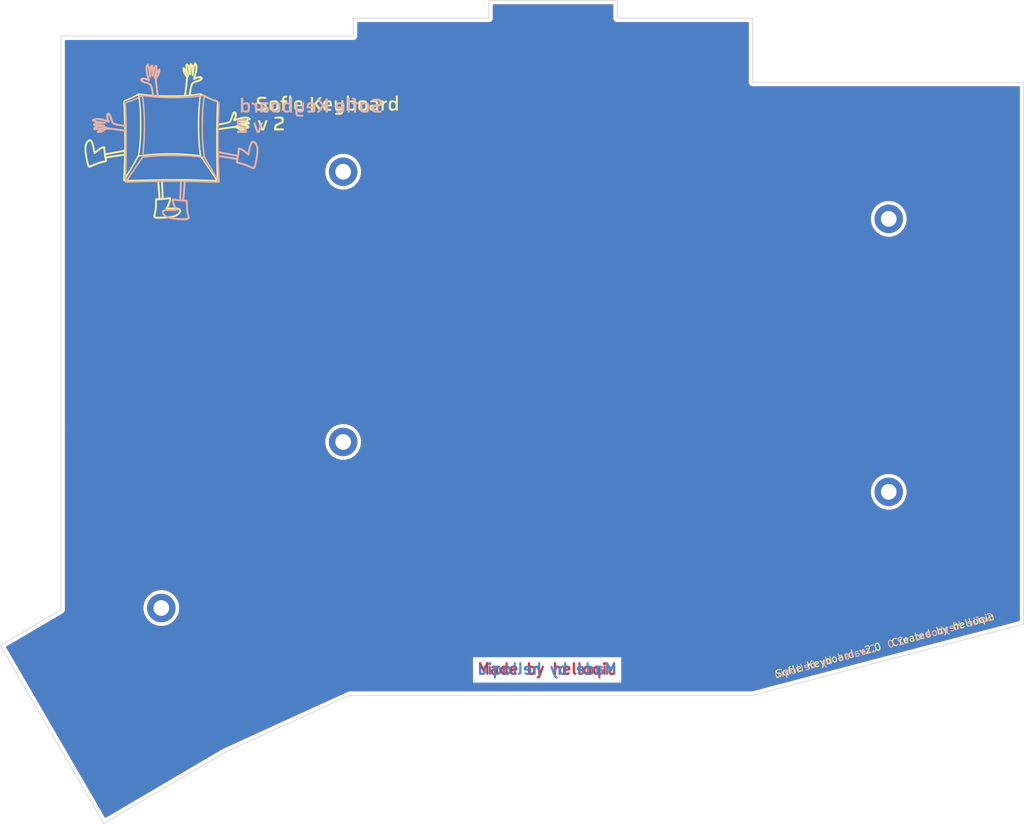
<source format=kicad_pcb>
(kicad_pcb (version 20171130) (host pcbnew "(5.1.9)-1")

  (general
    (thickness 1.6)
    (drawings 22)
    (tracks 0)
    (zones 0)
    (modules 7)
    (nets 1)
  )

  (page A4)
  (layers
    (0 F.Cu signal hide)
    (31 B.Cu signal hide)
    (32 B.Adhes user hide)
    (33 F.Adhes user hide)
    (34 B.Paste user hide)
    (35 F.Paste user hide)
    (36 B.SilkS user)
    (37 F.SilkS user)
    (38 B.Mask user hide)
    (39 F.Mask user hide)
    (40 Dwgs.User user hide)
    (41 Cmts.User user hide)
    (42 Eco1.User user hide)
    (43 Eco2.User user hide)
    (44 Edge.Cuts user)
    (45 Margin user hide)
    (46 B.CrtYd user)
    (47 F.CrtYd user hide)
    (48 B.Fab user)
    (49 F.Fab user hide)
  )

  (setup
    (last_trace_width 0.25)
    (trace_clearance 0.2)
    (zone_clearance 0.508)
    (zone_45_only no)
    (trace_min 0.2)
    (via_size 0.6)
    (via_drill 0.4)
    (via_min_size 0.4)
    (via_min_drill 0.3)
    (uvia_size 0.3)
    (uvia_drill 0.1)
    (uvias_allowed no)
    (uvia_min_size 0.2)
    (uvia_min_drill 0.1)
    (edge_width 0.15)
    (segment_width 0.2)
    (pcb_text_width 0.3)
    (pcb_text_size 1.5 1.5)
    (mod_edge_width 0.15)
    (mod_text_size 1 1)
    (mod_text_width 0.15)
    (pad_size 4 4)
    (pad_drill 2.2)
    (pad_to_mask_clearance 0.2)
    (aux_axis_origin 0 0)
    (visible_elements 7FFFFFFF)
    (pcbplotparams
      (layerselection 0x010f0_ffffffff)
      (usegerberextensions false)
      (usegerberattributes false)
      (usegerberadvancedattributes false)
      (creategerberjobfile false)
      (excludeedgelayer true)
      (linewidth 0.100000)
      (plotframeref false)
      (viasonmask true)
      (mode 1)
      (useauxorigin false)
      (hpglpennumber 1)
      (hpglpenspeed 20)
      (hpglpendiameter 15.000000)
      (psnegative false)
      (psa4output false)
      (plotreference true)
      (plotvalue true)
      (plotinvisibletext false)
      (padsonsilk false)
      (subtractmaskfromsilk false)
      (outputformat 1)
      (mirror false)
      (drillshape 0)
      (scaleselection 1)
      (outputdirectory "gerber/"))
  )

  (net 0 "")

  (net_class Default "This is the default net class."
    (clearance 0.2)
    (trace_width 0.25)
    (via_dia 0.6)
    (via_drill 0.4)
    (uvia_dia 0.3)
    (uvia_drill 0.1)
  )

  (module SofleKeyboard-footprint:SofleV2Logo2 (layer F.Cu) (tedit 0) (tstamp 5EB09BA5)
    (at 63.2 68.6)
    (fp_text reference Ref** (at 0 0) (layer F.SilkS) hide
      (effects (font (size 1.27 1.27) (thickness 0.15)))
    )
    (fp_text value Val** (at 0 0) (layer F.SilkS) hide
      (effects (font (size 1.27 1.27) (thickness 0.15)))
    )
    (fp_poly (pts (xy 31.71825 -9.390099) (xy 31.817079 -9.367925) (xy 31.859817 -9.311743) (xy 31.86915 -9.261233)
      (xy 31.882466 -9.145633) (xy 31.974983 -9.250695) (xy 32.085144 -9.335145) (xy 32.205083 -9.38217)
      (xy 32.297363 -9.394341) (xy 32.335085 -9.367613) (xy 32.34263 -9.280659) (xy 32.342667 -9.261826)
      (xy 32.334877 -9.166488) (xy 32.296124 -9.112579) (xy 32.203334 -9.073568) (xy 32.170052 -9.063352)
      (xy 32.05101 -9.009979) (xy 31.967345 -8.92434) (xy 31.913896 -8.793715) (xy 31.885503 -8.605379)
      (xy 31.877002 -8.346611) (xy 31.877 -8.341026) (xy 31.877 -7.958666) (xy 31.580667 -7.958666)
      (xy 31.580667 -9.403364) (xy 31.71825 -9.390099)) (layer F.SilkS) (width 0.01))
    (fp_poly (pts (xy 21.971 -9.059333) (xy 22.113524 -9.059333) (xy 22.178582 -9.064796) (xy 22.237552 -9.088754)
      (xy 22.30314 -9.14256) (xy 22.388054 -9.237565) (xy 22.504999 -9.385123) (xy 22.563667 -9.4615)
      (xy 22.695438 -9.631956) (xy 22.789846 -9.745913) (xy 22.860184 -9.814713) (xy 22.919744 -9.849696)
      (xy 22.981817 -9.862207) (xy 23.034976 -9.863666) (xy 23.138958 -9.858298) (xy 23.195333 -9.84494)
      (xy 23.198667 -9.84024) (xy 23.174136 -9.798627) (xy 23.108705 -9.707847) (xy 23.014616 -9.584647)
      (xy 22.974298 -9.533323) (xy 22.852839 -9.378897) (xy 22.735671 -9.228308) (xy 22.644976 -9.110093)
      (xy 22.632829 -9.093998) (xy 22.51573 -8.938162) (xy 22.878112 -8.448414) (xy 23.240493 -7.958666)
      (xy 23.055405 -7.958666) (xy 22.975564 -7.960692) (xy 22.912944 -7.974336) (xy 22.853789 -8.010947)
      (xy 22.784346 -8.081874) (xy 22.69086 -8.198467) (xy 22.568028 -8.360833) (xy 22.437171 -8.53258)
      (xy 22.34299 -8.64711) (xy 22.272659 -8.715895) (xy 22.213353 -8.750405) (xy 22.152246 -8.762112)
      (xy 22.11837 -8.763) (xy 21.971 -8.763) (xy 21.971 -7.958666) (xy 21.674667 -7.958666)
      (xy 21.674667 -9.863666) (xy 21.971 -9.863666) (xy 21.971 -9.059333)) (layer F.SilkS) (width 0.01))
    (fp_poly (pts (xy 18.923 -7.958666) (xy 18.626667 -7.958666) (xy 18.626667 -10.033) (xy 18.923 -10.033)
      (xy 18.923 -7.958666)) (layer F.SilkS) (width 0.01))
    (fp_poly (pts (xy 18.330333 -9.911922) (xy 18.322502 -9.82239) (xy 18.281748 -9.785903) (xy 18.183656 -9.779)
      (xy 18.050793 -9.749862) (xy 17.973852 -9.659739) (xy 17.949333 -9.506616) (xy 17.956835 -9.439642)
      (xy 17.994505 -9.407911) (xy 18.085093 -9.398452) (xy 18.139833 -9.398) (xy 18.256885 -9.394837)
      (xy 18.312312 -9.3734) (xy 18.329158 -9.315768) (xy 18.330333 -9.249833) (xy 18.326266 -9.158793)
      (xy 18.298705 -9.115683) (xy 18.224606 -9.10258) (xy 18.139833 -9.101666) (xy 17.949333 -9.101666)
      (xy 17.949333 -7.958666) (xy 17.653 -7.958666) (xy 17.653 -9.096302) (xy 17.515417 -9.109568)
      (xy 17.420072 -9.128658) (xy 17.383076 -9.178067) (xy 17.377833 -9.249833) (xy 17.38926 -9.340292)
      (xy 17.441259 -9.37895) (xy 17.509788 -9.389679) (xy 17.587939 -9.403275) (xy 17.630915 -9.439553)
      (xy 17.654248 -9.521222) (xy 17.667539 -9.620338) (xy 17.706051 -9.800801) (xy 17.780609 -9.917875)
      (xy 17.906881 -9.986371) (xy 18.09042 -10.020084) (xy 18.330333 -10.044845) (xy 18.330333 -9.911922)) (layer F.SilkS) (width 0.01))
    (fp_poly (pts (xy 33.866667 -7.958666) (xy 33.7185 -7.958666) (xy 33.616949 -7.96761) (xy 33.574554 -8.004727)
      (xy 33.566991 -8.053916) (xy 33.557138 -8.107014) (xy 33.542 -8.095359) (xy 33.468146 -8.014251)
      (xy 33.336734 -7.95635) (xy 33.172629 -7.925516) (xy 33.000698 -7.925609) (xy 32.84581 -7.960489)
      (xy 32.80224 -7.980528) (xy 32.708979 -8.05928) (xy 32.646004 -8.184208) (xy 32.609795 -8.366901)
      (xy 32.596828 -8.618951) (xy 32.596667 -8.657166) (xy 32.893 -8.657166) (xy 32.8994 -8.457404)
      (xy 32.924938 -8.327423) (xy 32.979122 -8.252888) (xy 33.071459 -8.219463) (xy 33.187799 -8.212666)
      (xy 33.354058 -8.229059) (xy 33.457585 -8.275495) (xy 33.461476 -8.27919) (xy 33.507963 -8.370455)
      (xy 33.534599 -8.513067) (xy 33.541676 -8.679784) (xy 33.529485 -8.843361) (xy 33.498317 -8.976555)
      (xy 33.453247 -9.04875) (xy 33.37128 -9.080553) (xy 33.243746 -9.099423) (xy 33.182731 -9.101666)
      (xy 33.052413 -9.091702) (xy 32.9676 -9.052294) (xy 32.918986 -8.969164) (xy 32.897267 -8.82804)
      (xy 32.893 -8.657166) (xy 32.596667 -8.657166) (xy 32.60651 -8.916529) (xy 32.638613 -9.105479)
      (xy 32.696835 -9.236243) (xy 32.785035 -9.321052) (xy 32.810821 -9.335786) (xy 32.991949 -9.389173)
      (xy 33.197387 -9.389483) (xy 33.386657 -9.338146) (xy 33.43275 -9.313797) (xy 33.570333 -9.229911)
      (xy 33.570333 -10.033) (xy 33.866667 -10.033) (xy 33.866667 -7.958666)) (layer F.SilkS) (width 0.01))
    (fp_poly (pts (xy 30.612373 -9.390506) (xy 30.776911 -9.37749) (xy 30.882398 -9.355637) (xy 30.954448 -9.316399)
      (xy 31.01427 -9.256384) (xy 31.05439 -9.205142) (xy 31.082163 -9.150225) (xy 31.099849 -9.075753)
      (xy 31.109709 -8.965847) (xy 31.114004 -8.80463) (xy 31.114995 -8.576222) (xy 31.115 -8.548973)
      (xy 31.115 -7.958666) (xy 30.988 -7.958666) (xy 30.896088 -7.971111) (xy 30.863037 -8.019848)
      (xy 30.861 -8.050712) (xy 30.861 -8.142758) (xy 30.754587 -8.042788) (xy 30.654634 -7.975241)
      (xy 30.517995 -7.93759) (xy 30.402387 -7.92504) (xy 30.253514 -7.919484) (xy 30.155555 -7.934814)
      (xy 30.075775 -7.978831) (xy 30.033844 -8.012852) (xy 29.963227 -8.083006) (xy 29.927018 -8.156893)
      (xy 29.914769 -8.265263) (xy 29.91466 -8.344641) (xy 30.185266 -8.344641) (xy 30.222801 -8.234342)
      (xy 30.234467 -8.221133) (xy 30.320361 -8.183156) (xy 30.451232 -8.172016) (xy 30.592122 -8.186636)
      (xy 30.708074 -8.225939) (xy 30.72458 -8.236234) (xy 30.804442 -8.34071) (xy 30.818667 -8.426734)
      (xy 30.818667 -8.551333) (xy 30.526862 -8.551333) (xy 30.362133 -8.546731) (xy 30.264584 -8.530519)
      (xy 30.217108 -8.499089) (xy 30.209362 -8.484371) (xy 30.185266 -8.344641) (xy 29.91466 -8.344641)
      (xy 29.914633 -8.363714) (xy 29.927006 -8.529189) (xy 29.967163 -8.642334) (xy 30.048107 -8.712609)
      (xy 30.182839 -8.749472) (xy 30.384364 -8.762382) (xy 30.463523 -8.763) (xy 30.818667 -8.763)
      (xy 30.818667 -8.912214) (xy 30.797777 -9.022392) (xy 30.728729 -9.09404) (xy 30.601955 -9.131223)
      (xy 30.407886 -9.138007) (xy 30.300083 -9.132502) (xy 30.014333 -9.112971) (xy 30.014333 -9.232401)
      (xy 30.026489 -9.315835) (xy 30.079505 -9.358827) (xy 30.16277 -9.379677) (xy 30.282283 -9.391559)
      (xy 30.448606 -9.395238) (xy 30.612373 -9.390506)) (layer F.SilkS) (width 0.01))
    (fp_poly (pts (xy 29.302824 -9.361234) (xy 29.441274 -9.284981) (xy 29.529168 -9.154763) (xy 29.575905 -8.961569)
      (xy 29.590886 -8.696389) (xy 29.591 -8.664843) (xy 29.582684 -8.409363) (xy 29.554735 -8.224092)
      (xy 29.502647 -8.095935) (xy 29.421917 -8.011798) (xy 29.353797 -7.975279) (xy 29.23028 -7.944868)
      (xy 29.054392 -7.926984) (xy 28.857668 -7.922826) (xy 28.671643 -7.933595) (xy 28.586427 -7.946099)
      (xy 28.493652 -7.991605) (xy 28.40651 -8.073043) (xy 28.368486 -8.131639) (xy 28.343567 -8.203953)
      (xy 28.329109 -8.308135) (xy 28.322471 -8.462335) (xy 28.321028 -8.65685) (xy 28.617333 -8.65685)
      (xy 28.618649 -8.468403) (xy 28.625085 -8.347254) (xy 28.640375 -8.276049) (xy 28.668251 -8.237429)
      (xy 28.712447 -8.21404) (xy 28.712583 -8.213986) (xy 28.876684 -8.175382) (xy 29.041527 -8.180774)
      (xy 29.174853 -8.227503) (xy 29.21 -8.255) (xy 29.255543 -8.316104) (xy 29.281585 -8.40081)
      (xy 29.292917 -8.531881) (xy 29.294667 -8.657166) (xy 29.290517 -8.832104) (xy 29.274873 -8.945403)
      (xy 29.242943 -9.019829) (xy 29.21 -9.059333) (xy 29.090753 -9.124762) (xy 28.92852 -9.143216)
      (xy 28.752431 -9.112087) (xy 28.725922 -9.102714) (xy 28.675673 -9.079951) (xy 28.643947 -9.046342)
      (xy 28.626489 -8.984414) (xy 28.619044 -8.876691) (xy 28.617355 -8.7057) (xy 28.617333 -8.65685)
      (xy 28.321028 -8.65685) (xy 28.321 -8.660515) (xy 28.322376 -8.871732) (xy 28.328532 -9.016689)
      (xy 28.342512 -9.113775) (xy 28.367359 -9.181378) (xy 28.406115 -9.237887) (xy 28.419107 -9.253335)
      (xy 28.480446 -9.3136) (xy 28.552613 -9.350802) (xy 28.659813 -9.372741) (xy 28.826252 -9.387217)
      (xy 28.836646 -9.38789) (xy 29.104415 -9.392534) (xy 29.302824 -9.361234)) (layer F.SilkS) (width 0.01))
    (fp_poly (pts (xy 27.008667 -9.624272) (xy 27.009279 -9.436814) (xy 27.013271 -9.321256) (xy 27.023879 -9.264833)
      (xy 27.044336 -9.254777) (xy 27.077877 -9.278324) (xy 27.092904 -9.291778) (xy 27.186699 -9.342449)
      (xy 27.322848 -9.379178) (xy 27.378654 -9.386722) (xy 27.585398 -9.386723) (xy 27.740318 -9.338508)
      (xy 27.848944 -9.235071) (xy 27.916805 -9.069406) (xy 27.949429 -8.834507) (xy 27.954391 -8.657166)
      (xy 27.94093 -8.380144) (xy 27.896835 -8.176008) (xy 27.816531 -8.036773) (xy 27.694449 -7.954452)
      (xy 27.525017 -7.921061) (xy 27.439827 -7.919675) (xy 27.318206 -7.928006) (xy 27.227267 -7.943951)
      (xy 27.220333 -7.94623) (xy 27.143665 -7.990755) (xy 27.061583 -8.056101) (xy 26.966333 -8.142758)
      (xy 26.966333 -8.050712) (xy 26.949163 -7.984097) (xy 26.881918 -7.960143) (xy 26.839333 -7.958666)
      (xy 26.712333 -7.958666) (xy 26.712333 -8.664522) (xy 27.008667 -8.664522) (xy 27.018377 -8.461379)
      (xy 27.054186 -8.328055) (xy 27.126105 -8.251244) (xy 27.244148 -8.217642) (xy 27.348711 -8.212666)
      (xy 27.501949 -8.227542) (xy 27.59465 -8.268989) (xy 27.600853 -8.275588) (xy 27.629288 -8.353701)
      (xy 27.647566 -8.496131) (xy 27.653074 -8.657166) (xy 27.646547 -8.856978) (xy 27.620591 -8.987008)
      (xy 27.565645 -9.061566) (xy 27.47215 -9.094959) (xy 27.356066 -9.101666) (xy 27.197818 -9.088551)
      (xy 27.094772 -9.040261) (xy 27.036267 -8.943376) (xy 27.011637 -8.784479) (xy 27.008667 -8.664522)
      (xy 26.712333 -8.664522) (xy 26.712333 -10.033) (xy 27.008667 -10.033) (xy 27.008667 -9.624272)) (layer F.SilkS) (width 0.01))
    (fp_poly (pts (xy 24.249416 -9.383422) (xy 24.406727 -9.332007) (xy 24.511689 -9.232227) (xy 24.576328 -9.072557)
      (xy 24.612675 -8.841472) (xy 24.613097 -8.837083) (xy 24.640358 -8.551333) (xy 23.657606 -8.551333)
      (xy 23.686596 -8.41375) (xy 23.718206 -8.30579) (xy 23.754517 -8.235051) (xy 23.755631 -8.233833)
      (xy 23.813568 -8.214957) (xy 23.934444 -8.200453) (xy 24.096563 -8.192506) (xy 24.174504 -8.191649)
      (xy 24.553333 -8.191798) (xy 24.553333 -8.08017) (xy 24.527893 -7.983861) (xy 24.458083 -7.943015)
      (xy 24.325023 -7.923592) (xy 24.146785 -7.918115) (xy 23.954372 -7.925263) (xy 23.778785 -7.943715)
      (xy 23.651025 -7.97215) (xy 23.635916 -7.978045) (xy 23.532642 -8.037263) (xy 23.462388 -8.119426)
      (xy 23.419369 -8.240133) (xy 23.397802 -8.414982) (xy 23.391937 -8.636) (xy 23.397018 -8.763)
      (xy 23.66645 -8.763) (xy 24.35225 -8.763) (xy 24.325221 -8.900583) (xy 24.271974 -9.04096)
      (xy 24.17385 -9.116821) (xy 24.020177 -9.135037) (xy 23.967568 -9.130941) (xy 23.829559 -9.108738)
      (xy 23.752013 -9.066477) (xy 23.710727 -8.983913) (xy 23.692156 -8.900583) (xy 23.66645 -8.763)
      (xy 23.397018 -8.763) (xy 23.402958 -8.911468) (xy 23.443312 -9.11465) (xy 23.521061 -9.255211)
      (xy 23.644273 -9.342817) (xy 23.82101 -9.387134) (xy 24.027728 -9.398) (xy 24.249416 -9.383422)) (layer F.SilkS) (width 0.01))
    (fp_poly (pts (xy 20.186028 -9.38323) (xy 20.344131 -9.331259) (xy 20.450137 -9.230593) (xy 20.516146 -9.069738)
      (xy 20.55426 -8.837199) (xy 20.554272 -8.837083) (xy 20.583863 -8.551333) (xy 19.60245 -8.551333)
      (xy 19.628156 -8.41375) (xy 19.65721 -8.305627) (xy 19.691795 -8.234927) (xy 19.692769 -8.233833)
      (xy 19.750166 -8.214963) (xy 19.870585 -8.200461) (xy 20.032407 -8.19251) (xy 20.110504 -8.191649)
      (xy 20.489333 -8.191798) (xy 20.489333 -8.08017) (xy 20.463893 -7.983861) (xy 20.394083 -7.943015)
      (xy 20.261023 -7.923592) (xy 20.082785 -7.918115) (xy 19.890372 -7.925263) (xy 19.714785 -7.943715)
      (xy 19.587025 -7.97215) (xy 19.571916 -7.978045) (xy 19.469448 -8.036975) (xy 19.399736 -8.119078)
      (xy 19.357063 -8.239895) (xy 19.335715 -8.414971) (xy 19.329999 -8.636) (xy 19.340975 -8.911411)
      (xy 19.341132 -8.912214) (xy 19.642667 -8.912214) (xy 19.642667 -8.763) (xy 19.960167 -8.763)
      (xy 20.12166 -8.764319) (xy 20.216324 -8.772239) (xy 20.261992 -8.792705) (xy 20.276499 -8.831661)
      (xy 20.277667 -8.868833) (xy 20.241499 -9.001692) (xy 20.144008 -9.093906) (xy 20.001707 -9.138135)
      (xy 19.831112 -9.127044) (xy 19.751256 -9.102714) (xy 19.674832 -9.055974) (xy 19.645447 -8.974958)
      (xy 19.642667 -8.912214) (xy 19.341132 -8.912214) (xy 19.380874 -9.114484) (xy 19.457783 -9.254942)
      (xy 19.57979 -9.342509) (xy 19.754981 -9.38691) (xy 19.963728 -9.398) (xy 20.186028 -9.38323)) (layer F.SilkS) (width 0.01))
    (fp_poly (pts (xy 16.669485 -9.386265) (xy 16.826737 -9.362454) (xy 16.910603 -9.337882) (xy 17.012872 -9.270642)
      (xy 17.082988 -9.161031) (xy 17.125036 -8.99716) (xy 17.143101 -8.767142) (xy 17.144528 -8.657166)
      (xy 17.134693 -8.398187) (xy 17.102466 -8.209983) (xy 17.043761 -8.080665) (xy 16.954492 -7.998346)
      (xy 16.910603 -7.976451) (xy 16.779545 -7.943663) (xy 16.598675 -7.925261) (xy 16.401782 -7.922251)
      (xy 16.222657 -7.935637) (xy 16.132816 -7.953311) (xy 16.023418 -8.001886) (xy 15.946602 -8.084669)
      (xy 15.897645 -8.214043) (xy 15.871825 -8.402393) (xy 15.864427 -8.65685) (xy 16.171333 -8.65685)
      (xy 16.172649 -8.468403) (xy 16.179085 -8.347254) (xy 16.194375 -8.276049) (xy 16.222251 -8.237429)
      (xy 16.266447 -8.21404) (xy 16.266583 -8.213986) (xy 16.415079 -8.179224) (xy 16.575467 -8.178425)
      (xy 16.709554 -8.210278) (xy 16.745325 -8.230421) (xy 16.785997 -8.271699) (xy 16.810766 -8.335423)
      (xy 16.823328 -8.440794) (xy 16.827382 -8.607011) (xy 16.8275 -8.657166) (xy 16.824914 -8.840532)
      (xy 16.814691 -8.958524) (xy 16.793134 -9.03034) (xy 16.756547 -9.075182) (xy 16.745325 -9.083912)
      (xy 16.620864 -9.132231) (xy 16.457454 -9.140397) (xy 16.291461 -9.106942) (xy 16.279922 -9.102714)
      (xy 16.229673 -9.079951) (xy 16.197947 -9.046342) (xy 16.180489 -8.984414) (xy 16.173044 -8.876691)
      (xy 16.171355 -8.7057) (xy 16.171333 -8.65685) (xy 15.864427 -8.65685) (xy 15.864417 -8.657166)
      (xy 15.871569 -8.922473) (xy 15.899644 -9.115317) (xy 15.958563 -9.247185) (xy 16.058251 -9.329564)
      (xy 16.20863 -9.37394) (xy 16.419624 -9.391801) (xy 16.500776 -9.39378) (xy 16.669485 -9.386265)) (layer F.SilkS) (width 0.01))
    (fp_poly (pts (xy 15.121975 -9.88769) (xy 15.129455 -9.8869) (xy 15.278501 -9.869425) (xy 15.362213 -9.849894)
      (xy 15.399443 -9.817249) (xy 15.409045 -9.760432) (xy 15.409374 -9.722714) (xy 15.409416 -9.5885)
      (xy 14.989888 -9.60293) (xy 14.794926 -9.608087) (xy 14.665208 -9.605491) (xy 14.581448 -9.592188)
      (xy 14.524359 -9.565224) (xy 14.477437 -9.524437) (xy 14.410678 -9.42688) (xy 14.408748 -9.31073)
      (xy 14.410531 -9.301427) (xy 14.433385 -9.205749) (xy 14.452402 -9.155506) (xy 14.452723 -9.155165)
      (xy 14.498969 -9.142548) (xy 14.609832 -9.121987) (xy 14.766025 -9.096891) (xy 14.865032 -9.082282)
      (xy 15.045788 -9.05457) (xy 15.19947 -9.027649) (xy 15.303342 -9.005656) (xy 15.329516 -8.997791)
      (xy 15.41707 -8.91675) (xy 15.47196 -8.759055) (xy 15.493644 -8.526389) (xy 15.494 -8.486509)
      (xy 15.489335 -8.328587) (xy 15.469018 -8.223552) (xy 15.423565 -8.13985) (xy 15.370553 -8.075751)
      (xy 15.247106 -7.9375) (xy 14.809636 -7.93148) (xy 14.612531 -7.930774) (xy 14.435926 -7.933744)
      (xy 14.304269 -7.9398) (xy 14.25575 -7.944875) (xy 14.170693 -7.974871) (xy 14.141136 -8.044751)
      (xy 14.139333 -8.088478) (xy 14.139333 -8.212666) (xy 14.601976 -8.212666) (xy 14.820816 -8.215366)
      (xy 14.970334 -8.224738) (xy 15.065739 -8.242696) (xy 15.122242 -8.271152) (xy 15.131143 -8.27919)
      (xy 15.178272 -8.372568) (xy 15.196507 -8.502588) (xy 15.18207 -8.625041) (xy 15.164144 -8.665527)
      (xy 15.110775 -8.692947) (xy 14.993109 -8.725831) (xy 14.830873 -8.759231) (xy 14.714492 -8.778336)
      (xy 14.480156 -8.818736) (xy 14.31682 -8.865427) (xy 14.210933 -8.92912) (xy 14.148945 -9.020527)
      (xy 14.117306 -9.15036) (xy 14.10671 -9.258772) (xy 14.109255 -9.49108) (xy 14.156654 -9.660771)
      (xy 14.252591 -9.77921) (xy 14.282331 -9.800673) (xy 14.420092 -9.856281) (xy 14.619709 -9.89072)
      (xy 14.860548 -9.90189) (xy 15.121975 -9.88769)) (layer F.SilkS) (width 0.01))
    (fp_poly (pts (xy 25.153488 -9.39033) (xy 25.294167 -9.376833) (xy 25.315333 -8.847666) (xy 25.326057 -8.641083)
      (xy 25.339878 -8.463308) (xy 25.355061 -8.332569) (xy 25.369872 -8.267097) (xy 25.370748 -8.265583)
      (xy 25.436901 -8.22919) (xy 25.552321 -8.214599) (xy 25.684596 -8.221329) (xy 25.801313 -8.248898)
      (xy 25.846992 -8.272666) (xy 25.881796 -8.306954) (xy 25.906131 -8.360292) (xy 25.922467 -8.447898)
      (xy 25.933274 -8.58499) (xy 25.941023 -8.786786) (xy 25.943202 -8.865332) (xy 25.957238 -9.398)
      (xy 26.246667 -9.398) (xy 26.246601 -8.583083) (xy 26.244008 -8.230469) (xy 26.232556 -7.953387)
      (xy 26.206643 -7.742765) (xy 26.160666 -7.589531) (xy 26.089019 -7.484613) (xy 25.986102 -7.418939)
      (xy 25.846309 -7.383438) (xy 25.664038 -7.369037) (xy 25.49525 -7.366624) (xy 25.103667 -7.366)
      (xy 25.103667 -7.611312) (xy 25.466913 -7.626239) (xy 25.677623 -7.641825) (xy 25.817587 -7.67459)
      (xy 25.90041 -7.734442) (xy 25.939699 -7.831292) (xy 25.949062 -7.975047) (xy 25.949046 -7.977341)
      (xy 25.944245 -8.079141) (xy 25.92923 -8.105825) (xy 25.905311 -8.076337) (xy 25.826247 -8.010164)
      (xy 25.691757 -7.959753) (xy 25.53066 -7.932387) (xy 25.37177 -7.935349) (xy 25.356669 -7.937668)
      (xy 25.245553 -7.96235) (xy 25.163701 -8.001447) (xy 25.106304 -8.067083) (xy 25.068553 -8.171382)
      (xy 25.045641 -8.326468) (xy 25.032759 -8.544466) (xy 25.026488 -8.770224) (xy 25.01281 -9.403826)
      (xy 25.153488 -9.39033)) (layer F.SilkS) (width 0.01))
    (fp_poly (pts (xy 17.252823 -7.107348) (xy 17.294411 -7.105859) (xy 17.474505 -7.096435) (xy 17.591755 -7.081976)
      (xy 17.667975 -7.056246) (xy 17.72498 -7.013009) (xy 17.762499 -6.972055) (xy 17.821857 -6.887233)
      (xy 17.853036 -6.789479) (xy 17.864074 -6.648354) (xy 17.864667 -6.585162) (xy 17.854685 -6.399772)
      (xy 17.822049 -6.277457) (xy 17.790583 -6.227034) (xy 17.721891 -6.173438) (xy 17.594565 -6.099427)
      (xy 17.428612 -6.015954) (xy 17.293167 -5.954732) (xy 17.107336 -5.873755) (xy 16.985315 -5.815116)
      (xy 16.913042 -5.767926) (xy 16.876452 -5.721294) (xy 16.861482 -5.664328) (xy 16.856694 -5.616721)
      (xy 16.843556 -5.461) (xy 17.864667 -5.461) (xy 17.864667 -5.164666) (xy 16.497451 -5.164666)
      (xy 16.524108 -5.510354) (xy 16.546417 -5.711317) (xy 16.586661 -5.856904) (xy 16.659102 -5.965167)
      (xy 16.778005 -6.054158) (xy 16.957631 -6.141928) (xy 17.055774 -6.183248) (xy 17.268306 -6.273472)
      (xy 17.413418 -6.344152) (xy 17.503425 -6.404209) (xy 17.550644 -6.462566) (xy 17.567391 -6.528144)
      (xy 17.568333 -6.554551) (xy 17.559365 -6.668103) (xy 17.523932 -6.745887) (xy 17.449242 -6.793997)
      (xy 17.3225 -6.818528) (xy 17.130915 -6.825574) (xy 17.001916 -6.824358) (xy 16.552333 -6.816453)
      (xy 16.552333 -6.940466) (xy 16.560051 -7.018399) (xy 16.598386 -7.06033) (xy 16.690112 -7.084691)
      (xy 16.740412 -7.092683) (xy 16.873259 -7.104228) (xy 17.055695 -7.109393) (xy 17.252823 -7.107348)) (layer F.SilkS) (width 0.01))
    (fp_poly (pts (xy 15.534077 -6.593735) (xy 15.578205 -6.568708) (xy 15.578667 -6.565568) (xy 15.565316 -6.514685)
      (xy 15.528333 -6.397906) (xy 15.472323 -6.229154) (xy 15.401888 -6.022352) (xy 15.340705 -5.845901)
      (xy 15.102744 -5.164666) (xy 14.906788 -5.164836) (xy 14.710833 -5.165005) (xy 14.478 -5.847174)
      (xy 14.400322 -6.074536) (xy 14.33183 -6.274592) (xy 14.277343 -6.433299) (xy 14.241679 -6.536618)
      (xy 14.230115 -6.569493) (xy 14.256975 -6.59203) (xy 14.343126 -6.598132) (xy 14.375009 -6.596238)
      (xy 14.534955 -6.582833) (xy 14.725474 -6.011333) (xy 14.915992 -5.439833) (xy 15.108613 -6.021916)
      (xy 15.301233 -6.604) (xy 15.43995 -6.604) (xy 15.534077 -6.593735)) (layer F.SilkS) (width 0.01))
    (fp_poly (pts (xy 5.525076 -14.710217) (xy 5.617448 -14.593052) (xy 5.671753 -14.491654) (xy 5.737128 -14.296193)
      (xy 5.764176 -14.063362) (xy 5.752229 -13.78537) (xy 5.700618 -13.454427) (xy 5.608674 -13.062741)
      (xy 5.522913 -12.758195) (xy 5.511594 -12.707761) (xy 5.528908 -12.68754) (xy 5.592582 -12.694689)
      (xy 5.720341 -12.72636) (xy 5.720668 -12.726445) (xy 5.940047 -12.772426) (xy 6.112629 -12.779426)
      (xy 6.266837 -12.747327) (xy 6.328686 -12.723956) (xy 6.454372 -12.636295) (xy 6.510363 -12.518207)
      (xy 6.498076 -12.385218) (xy 6.418927 -12.252852) (xy 6.275138 -12.137104) (xy 6.169224 -12.088043)
      (xy 6.011041 -12.029611) (xy 5.830538 -11.972644) (xy 5.785357 -11.95988) (xy 5.538844 -11.887042)
      (xy 5.360918 -11.819921) (xy 5.236743 -11.749753) (xy 5.151488 -11.667773) (xy 5.090319 -11.565217)
      (xy 5.080512 -11.543411) (xy 5.050789 -11.452122) (xy 5.014174 -11.306093) (xy 4.97391 -11.122815)
      (xy 4.933241 -10.919777) (xy 4.89541 -10.714469) (xy 4.86366 -10.524381) (xy 4.841235 -10.367003)
      (xy 4.831376 -10.259824) (xy 4.835334 -10.221222) (xy 4.880321 -10.220754) (xy 4.992219 -10.229736)
      (xy 5.154055 -10.246118) (xy 5.348859 -10.26785) (xy 5.559657 -10.292884) (xy 5.769479 -10.31917)
      (xy 5.961353 -10.344658) (xy 6.118306 -10.367301) (xy 6.223367 -10.385049) (xy 6.25475 -10.392605)
      (xy 6.302672 -10.387285) (xy 6.307667 -10.372721) (xy 6.343614 -10.333351) (xy 6.442086 -10.265532)
      (xy 6.589025 -10.176923) (xy 6.770374 -10.075182) (xy 6.972075 -9.967968) (xy 7.180072 -9.862939)
      (xy 7.380307 -9.767754) (xy 7.558723 -9.690072) (xy 7.566352 -9.686973) (xy 7.78069 -9.606358)
      (xy 8.011065 -9.529407) (xy 8.21756 -9.46919) (xy 8.275436 -9.454804) (xy 8.44547 -9.408358)
      (xy 8.555587 -9.363475) (xy 8.593667 -9.325884) (xy 8.622441 -9.275359) (xy 8.640799 -9.271)
      (xy 8.652106 -9.23049) (xy 8.660191 -9.116121) (xy 8.665175 -8.938635) (xy 8.667181 -8.708773)
      (xy 8.666329 -8.437277) (xy 8.662743 -8.134889) (xy 8.656544 -7.81235) (xy 8.647853 -7.480402)
      (xy 8.636794 -7.149787) (xy 8.623487 -6.831246) (xy 8.610173 -6.57225) (xy 8.585519 -6.138333)
      (xy 8.69968 -6.138333) (xy 8.808406 -6.146916) (xy 8.974633 -6.170162) (xy 9.179129 -6.204318)
      (xy 9.402662 -6.245632) (xy 9.626 -6.29035) (xy 9.829912 -6.334719) (xy 9.995167 -6.374987)
      (xy 10.102532 -6.4074) (xy 10.12248 -6.415989) (xy 10.20247 -6.469393) (xy 10.269505 -6.547082)
      (xy 10.330735 -6.663112) (xy 10.39331 -6.831542) (xy 10.464382 -7.066427) (xy 10.478179 -7.115244)
      (xy 10.560521 -7.382179) (xy 10.639742 -7.576963) (xy 10.722537 -7.711542) (xy 10.815603 -7.79786)
      (xy 10.879791 -7.831718) (xy 11.016137 -7.853275) (xy 11.129015 -7.804174) (xy 11.214494 -7.696139)
      (xy 11.268641 -7.540894) (xy 11.287524 -7.350164) (xy 11.267212 -7.135672) (xy 11.203772 -6.909144)
      (xy 11.195969 -6.88896) (xy 11.184425 -6.840543) (xy 11.21894 -6.836626) (xy 11.287584 -6.860311)
      (xy 11.470328 -6.91942) (xy 11.700932 -6.978885) (xy 11.952405 -7.033251) (xy 12.197757 -7.077064)
      (xy 12.409997 -7.104872) (xy 12.532938 -7.111945) (xy 12.727602 -7.094235) (xy 12.920875 -7.046681)
      (xy 13.090998 -6.977759) (xy 13.216211 -6.895945) (xy 13.270287 -6.824729) (xy 13.25998 -6.749603)
      (xy 13.197782 -6.670362) (xy 13.110288 -6.614646) (xy 13.057899 -6.604) (xy 12.978977 -6.589681)
      (xy 12.885916 -6.559924) (xy 12.769986 -6.515847) (xy 12.914456 -6.443507) (xy 13.03504 -6.350339)
      (xy 13.107331 -6.228529) (xy 13.117265 -6.104244) (xy 13.109925 -6.079787) (xy 13.055558 -6.030417)
      (xy 12.934718 -6.010763) (xy 12.902412 -6.010046) (xy 12.795851 -6.006431) (xy 12.763451 -5.99421)
      (xy 12.794776 -5.968183) (xy 12.805833 -5.961931) (xy 12.968605 -5.846354) (xy 13.058421 -5.724158)
      (xy 13.072111 -5.603297) (xy 13.006503 -5.491723) (xy 12.996901 -5.482681) (xy 12.898766 -5.425412)
      (xy 12.7624 -5.40571) (xy 12.571058 -5.422034) (xy 12.488333 -5.435913) (xy 12.297833 -5.470716)
      (xy 12.410344 -5.381191) (xy 12.499547 -5.319943) (xy 12.564579 -5.291858) (xy 12.567765 -5.291666)
      (xy 12.593697 -5.259228) (xy 12.569313 -5.161084) (xy 12.523505 -5.055408) (xy 12.496461 -5.009695)
      (xy 12.456911 -4.988431) (xy 12.383645 -4.989352) (xy 12.255454 -5.010194) (xy 12.199063 -5.020757)
      (xy 11.973491 -5.068713) (xy 11.802921 -5.121038) (xy 11.658014 -5.189523) (xy 11.509432 -5.285959)
      (xy 11.472333 -5.312833) (xy 11.380092 -5.380016) (xy 11.299826 -5.432305) (xy 11.220666 -5.470112)
      (xy 11.131743 -5.493846) (xy 11.022187 -5.50392) (xy 10.88113 -5.500741) (xy 10.697703 -5.484723)
      (xy 10.461036 -5.456273) (xy 10.160261 -5.415804) (xy 9.857318 -5.373821) (xy 9.547514 -5.331006)
      (xy 9.264742 -5.292257) (xy 9.019942 -5.259047) (xy 8.824052 -5.232848) (xy 8.688009 -5.215133)
      (xy 8.622752 -5.207373) (xy 8.619211 -5.207146) (xy 8.613818 -5.166075) (xy 8.609477 -5.048037)
      (xy 8.606138 -4.860723) (xy 8.603752 -4.611825) (xy 8.60227 -4.309035) (xy 8.601645 -3.960044)
      (xy 8.601826 -3.572545) (xy 8.602765 -3.15423) (xy 8.604412 -2.71279) (xy 8.60672 -2.255917)
      (xy 8.609639 -1.791303) (xy 8.61312 -1.32664) (xy 8.617114 -0.86962) (xy 8.621573 -0.427934)
      (xy 8.626447 -0.009275) (xy 8.631688 0.378666) (xy 8.637246 0.728197) (xy 8.643073 1.031626)
      (xy 8.64912 1.281261) (xy 8.655338 1.469411) (xy 8.661677 1.588383) (xy 8.662483 1.598084)
      (xy 8.674196 1.758625) (xy 8.672502 1.852072) (xy 8.655295 1.895239) (xy 8.624049 1.905)
      (xy 8.557024 1.930452) (xy 8.542921 1.951404) (xy 8.510131 1.966496) (xy 8.420079 1.974535)
      (xy 8.266625 1.975502) (xy 8.043628 1.96938) (xy 7.744951 1.956149) (xy 7.597476 1.948574)
      (xy 7.390488 1.939591) (xy 7.109014 1.930385) (xy 6.763236 1.921154) (xy 6.363332 1.912093)
      (xy 5.919484 1.903399) (xy 5.441872 1.895269) (xy 4.940675 1.887897) (xy 4.426075 1.881481)
      (xy 3.908251 1.876217) (xy 3.79276 1.875215) (xy 0.918021 1.85109) (xy 0.946662 2.523628)
      (xy 0.959287 2.815115) (xy 0.973486 3.134962) (xy 0.987663 3.447648) (xy 1.000222 3.717657)
      (xy 1.002189 3.759011) (xy 1.029073 4.321856) (xy 1.138953 4.301661) (xy 1.382776 4.260124)
      (xy 1.607692 4.227841) (xy 1.797474 4.20664) (xy 1.935898 4.198348) (xy 2.00516 4.204132)
      (xy 2.054266 4.265541) (xy 2.07189 4.3891) (xy 2.06065 4.559463) (xy 2.023166 4.761285)
      (xy 1.962057 4.979218) (xy 1.879942 5.197919) (xy 1.810444 5.345018) (xy 1.740317 5.479911)
      (xy 1.686494 5.584072) (xy 1.660161 5.635851) (xy 1.659788 5.636632) (xy 1.694693 5.646119)
      (xy 1.799442 5.653269) (xy 1.959234 5.657534) (xy 2.159264 5.658365) (xy 2.230984 5.657799)
      (xy 2.55801 5.658078) (xy 2.813127 5.668088) (xy 3.008727 5.689715) (xy 3.157205 5.724845)
      (xy 3.270952 5.775362) (xy 3.344132 5.82716) (xy 3.448292 5.962417) (xy 3.47271 6.125139)
      (xy 3.417387 6.314337) (xy 3.344008 6.443044) (xy 3.205309 6.617673) (xy 3.03495 6.764368)
      (xy 2.824997 6.885816) (xy 2.567517 6.984705) (xy 2.254576 7.063723) (xy 1.878239 7.125557)
      (xy 1.430573 7.172896) (xy 1.122556 7.195579) (xy 0.770313 7.216687) (xy 0.490941 7.229564)
      (xy 0.27303 7.234107) (xy 0.105175 7.230211) (xy -0.02403 7.217769) (xy -0.125994 7.196678)
      (xy -0.167905 7.183694) (xy -0.285911 7.118065) (xy -0.373788 7.02709) (xy -0.377828 7.020249)
      (xy -0.40622 6.958608) (xy -0.416573 6.891859) (xy -0.411013 6.834673) (xy -0.117712 6.834673)
      (xy -0.113886 6.873449) (xy -0.094448 6.899496) (xy -0.051157 6.91811) (xy 0.028166 6.930447)
      (xy 0.155696 6.937661) (xy 0.343611 6.940908) (xy 0.601921 6.941346) (xy 0.885233 6.936864)
      (xy 1.186201 6.925478) (xy 1.473869 6.908763) (xy 1.717285 6.888293) (xy 1.778 6.881542)
      (xy 1.99729 6.851003) (xy 2.208675 6.81427) (xy 2.384421 6.77654) (xy 2.4765 6.750601)
      (xy 2.705096 6.65343) (xy 2.900538 6.534229) (xy 3.054255 6.402616) (xy 3.157678 6.26821)
      (xy 3.202235 6.140632) (xy 3.179357 6.029499) (xy 3.151076 5.993457) (xy 3.118454 5.96892)
      (xy 3.068967 5.950864) (xy 2.991075 5.938516) (xy 2.873236 5.931104) (xy 2.703912 5.927854)
      (xy 2.47156 5.927993) (xy 2.208078 5.930281) (xy 1.911834 5.932747) (xy 1.689146 5.932536)
      (xy 1.528928 5.928912) (xy 1.420092 5.921143) (xy 1.351552 5.908494) (xy 1.31222 5.890231)
      (xy 1.293456 5.869723) (xy 1.274465 5.784831) (xy 1.309283 5.704563) (xy 1.424757 5.506781)
      (xy 1.535092 5.293289) (xy 1.634392 5.078649) (xy 1.71676 4.87742) (xy 1.776297 4.704164)
      (xy 1.807107 4.57344) (xy 1.803292 4.499811) (xy 1.799348 4.494571) (xy 1.751082 4.490902)
      (xy 1.639693 4.498516) (xy 1.485732 4.515783) (xy 1.419159 4.524702) (xy 1.218105 4.548772)
      (xy 0.97058 4.572491) (xy 0.714726 4.592413) (xy 0.573674 4.601079) (xy 0.088154 4.627098)
      (xy 0.087795 5.131562) (xy 0.086628 5.361638) (xy 0.081689 5.543522) (xy 0.070255 5.701681)
      (xy 0.049606 5.860581) (xy 0.017021 6.044688) (xy -0.030222 6.278468) (xy -0.050613 6.376032)
      (xy -0.085841 6.562129) (xy -0.109099 6.722018) (xy -0.117712 6.834673) (xy -0.411013 6.834673)
      (xy -0.407551 6.79907) (xy -0.377819 6.659307) (xy -0.34677 6.533415) (xy -0.272088 6.207787)
      (xy -0.220456 5.904374) (xy -0.188547 5.594094) (xy -0.173037 5.24787) (xy -0.170172 4.989279)
      (xy -0.169301 4.746792) (xy -0.163269 4.576295) (xy -0.145722 4.465121) (xy -0.110303 4.400603)
      (xy -0.050656 4.370072) (xy 0.039576 4.360862) (xy 0.145415 4.360334) (xy 0.326238 4.360334)
      (xy 0.310998 4.15925) (xy 0.278305 3.732079) (xy 0.247124 3.332718) (xy 0.218229 2.970625)
      (xy 0.192394 2.655259) (xy 0.170396 2.396076) (xy 0.153008 2.202534) (xy 0.141113 2.085031)
      (xy 0.119328 1.897047) (xy 0.385396 1.897047) (xy 0.388255 1.977137) (xy 0.394971 2.021417)
      (xy 0.405475 2.110644) (xy 0.420643 2.269151) (xy 0.439167 2.481765) (xy 0.459737 2.733308)
      (xy 0.481047 3.008607) (xy 0.487149 3.090334) (xy 0.514144 3.4515) (xy 0.5364 3.73704)
      (xy 0.555092 3.955787) (xy 0.571398 4.116576) (xy 0.586493 4.22824) (xy 0.601554 4.299612)
      (xy 0.617756 4.339525) (xy 0.636277 4.356815) (xy 0.656262 4.360334) (xy 0.726564 4.334475)
      (xy 0.739899 4.319512) (xy 0.744635 4.268186) (xy 0.745543 4.143365) (xy 0.742862 3.956123)
      (xy 0.736828 3.717534) (xy 0.727681 3.43867) (xy 0.715656 3.130607) (xy 0.713108 3.070679)
      (xy 0.661088 1.862667) (xy 0.515633 1.862667) (xy 0.421586 1.867138) (xy 0.385396 1.897047)
      (xy 0.119328 1.897047) (xy 0.11537 1.862895) (xy -0.482065 1.884248) (xy -1.086633 1.905061)
      (xy -1.659464 1.923216) (xy -2.195309 1.938625) (xy -2.688919 1.9512) (xy -3.135046 1.960855)
      (xy -3.528439 1.9675) (xy -3.863849 1.971049) (xy -4.136027 1.971414) (xy -4.339723 1.968507)
      (xy -4.469689 1.96224) (xy -4.520675 1.952526) (xy -4.521148 1.951724) (xy -4.571096 1.909343)
      (xy -4.59846 1.905) (xy -4.629961 1.890493) (xy -4.644733 1.836248) (xy -4.644748 1.778)
      (xy -4.357923 1.778) (xy -4.318577 1.783197) (xy -4.207479 1.785163) (xy -4.037479 1.783996)
      (xy -3.821425 1.779794) (xy -3.572167 1.772657) (xy -3.545468 1.771771) (xy -3.347113 1.765645)
      (xy -3.075225 1.758062) (xy -2.740919 1.749295) (xy -2.355311 1.739615) (xy -1.929519 1.729294)
      (xy -1.474656 1.718603) (xy -1.00184 1.707813) (xy -0.522185 1.697197) (xy -0.275167 1.691865)
      (xy 0.826165 1.673003) (xy 1.940579 1.662939) (xy 3.051864 1.661567) (xy 4.143807 1.668778)
      (xy 5.200194 1.684465) (xy 6.204813 1.708521) (xy 7.14145 1.740838) (xy 7.145812 1.741016)
      (xy 7.449987 1.752546) (xy 7.725841 1.761406) (xy 7.962255 1.76737) (xy 8.148113 1.770208)
      (xy 8.272297 1.769691) (xy 8.323691 1.765592) (xy 8.32422 1.765224) (xy 8.305805 1.726718)
      (xy 8.244129 1.625336) (xy 8.143774 1.468059) (xy 8.00932 1.261864) (xy 7.845349 1.013731)
      (xy 7.656443 0.730639) (xy 7.447183 0.419566) (xy 7.240945 0.115134) (xy 6.134907 -1.512194)
      (xy 5.53337 -1.581878) (xy 5.160918 -1.6241) (xy 4.830525 -1.658978) (xy 4.528208 -1.6872)
      (xy 4.239986 -1.709455) (xy 3.951877 -1.726429) (xy 3.649899 -1.73881) (xy 3.32007 -1.747287)
      (xy 2.948408 -1.752546) (xy 2.520932 -1.755277) (xy 2.023659 -1.756165) (xy 1.989667 -1.756175)
      (xy 1.395995 -1.754602) (xy 0.871361 -1.749062) (xy 0.400192 -1.738761) (xy -0.033082 -1.722906)
      (xy -0.44403 -1.700704) (xy -0.848225 -1.671362) (xy -1.261236 -1.634086) (xy -1.698634 -1.588084)
      (xy -2.008876 -1.552481) (xy -2.430252 -1.502833) (xy -3.39283 0.127) (xy -3.592029 0.464649)
      (xy -3.777414 0.779591) (xy -3.94465 1.064407) (xy -4.089399 1.31168) (xy -4.207325 1.513991)
      (xy -4.294092 1.663922) (xy -4.345364 1.754055) (xy -4.357923 1.778) (xy -4.644748 1.778)
      (xy -4.644762 1.726179) (xy -4.636363 1.598084) (xy -4.628401 1.470037) (xy -4.618548 1.271763)
      (xy -4.607322 1.017668) (xy -4.595241 0.722157) (xy -4.582824 0.399637) (xy -4.570587 0.064512)
      (xy -4.55905 -0.268812) (xy -4.548731 -0.585929) (xy -4.540147 -0.872433) (xy -4.533816 -1.11392)
      (xy -4.530257 -1.295983) (xy -4.529667 -1.368829) (xy -4.529667 -1.619574) (xy -4.751917 -1.591317)
      (xy -4.946659 -1.565147) (xy -5.181219 -1.531398) (xy -5.442634 -1.492169) (xy -5.717941 -1.449561)
      (xy -5.994178 -1.405673) (xy -6.258382 -1.362605) (xy -6.497592 -1.322458) (xy -6.698844 -1.287331)
      (xy -6.849176 -1.259325) (xy -6.935626 -1.24054) (xy -6.95113 -1.235022) (xy -6.960547 -1.179975)
      (xy -6.949666 -1.074505) (xy -6.939274 -1.02187) (xy -6.919068 -0.892964) (xy -6.936187 -0.805931)
      (xy -7.003282 -0.747652) (xy -7.133005 -0.705006) (xy -7.272179 -0.676635) (xy -7.687722 -0.57906)
      (xy -8.141373 -0.434252) (xy -8.607652 -0.250876) (xy -8.862062 -0.135864) (xy -9.067553 -0.039318)
      (xy -9.211958 0.024413) (xy -9.310293 0.05962) (xy -9.377575 0.070595) (xy -9.42882 0.061628)
      (xy -9.474983 0.039303) (xy -9.564082 -0.048349) (xy -9.650262 -0.210714) (xy -9.734075 -0.449702)
      (xy -9.816072 -0.767225) (xy -9.896806 -1.165192) (xy -9.976827 -1.645514) (xy -9.993565 -1.756833)
      (xy -10.046107 -2.172447) (xy -10.069729 -2.519885) (xy -10.069602 -2.527125) (xy -9.811989 -2.527125)
      (xy -9.796235 -2.291758) (xy -9.767121 -2.018342) (xy -9.72726 -1.722387) (xy -9.679268 -1.419401)
      (xy -9.62576 -1.124891) (xy -9.569351 -0.854365) (xy -9.512656 -0.623332) (xy -9.458291 -0.4473)
      (xy -9.413855 -0.34925) (xy -9.346552 -0.277521) (xy -9.28969 -0.254) (xy -9.226121 -0.271461)
      (xy -9.106179 -0.318517) (xy -8.949356 -0.387173) (xy -8.835582 -0.440215) (xy -8.398813 -0.626712)
      (xy -7.944478 -0.781125) (xy -7.509906 -0.890937) (xy -7.464798 -0.899778) (xy -7.190191 -0.95187)
      (xy -7.21705 -1.079185) (xy -7.313871 -1.59863) (xy -7.316804 -1.620706) (xy -7.065777 -1.620706)
      (xy -7.030224 -1.554957) (xy -6.972725 -1.524) (xy -6.915526 -1.530414) (xy -6.787781 -1.548356)
      (xy -6.602533 -1.575875) (xy -6.372823 -1.611022) (xy -6.111693 -1.651845) (xy -6.008313 -1.668222)
      (xy -5.720392 -1.713273) (xy -5.441737 -1.755554) (xy -5.189949 -1.792493) (xy -4.982631 -1.821519)
      (xy -4.837384 -1.840061) (xy -4.815417 -1.842487) (xy -4.529667 -1.87253) (xy -4.529667 -2.015765)
      (xy -4.543796 -2.118889) (xy -4.581533 -2.158154) (xy -4.582583 -2.158158) (xy -4.645215 -2.150056)
      (xy -4.775481 -2.128169) (xy -4.960739 -2.094947) (xy -5.188344 -2.05284) (xy -5.445653 -2.004298)
      (xy -5.720022 -1.951774) (xy -5.998807 -1.897717) (xy -6.269364 -1.844578) (xy -6.51905 -1.794807)
      (xy -6.735221 -1.750856) (xy -6.905232 -1.715175) (xy -7.01644 -1.690214) (xy -7.056025 -1.678753)
      (xy -7.065777 -1.620706) (xy -7.316804 -1.620706) (xy -7.377385 -2.076598) (xy -7.394473 -2.276226)
      (xy -7.408096 -2.459387) (xy -7.421695 -2.572825) (xy -7.43994 -2.631352) (xy -7.467504 -2.649782)
      (xy -7.509058 -2.642926) (xy -7.510022 -2.642645) (xy -7.662299 -2.576681) (xy -7.85469 -2.460623)
      (xy -8.069627 -2.306351) (xy -8.289539 -2.125748) (xy -8.33762 -2.082958) (xy -8.504354 -1.939915)
      (xy -8.624248 -1.860753) (xy -8.706902 -1.846239) (xy -8.761914 -1.897138) (xy -8.798881 -2.014219)
      (xy -8.817076 -2.121265) (xy -8.849541 -2.315023) (xy -8.894645 -2.542322) (xy -8.947626 -2.783133)
      (xy -9.003723 -3.01743) (xy -9.058173 -3.225184) (xy -9.106215 -3.386369) (xy -9.137941 -3.470715)
      (xy -9.221748 -3.590383) (xy -9.318841 -3.635271) (xy -9.422576 -3.612887) (xy -9.526313 -3.53074)
      (xy -9.623411 -3.396339) (xy -9.707227 -3.217192) (xy -9.77112 -3.000807) (xy -9.808448 -2.754693)
      (xy -9.811766 -2.708937) (xy -9.811989 -2.527125) (xy -10.069602 -2.527125) (xy -10.064594 -2.810484)
      (xy -10.030869 -3.055581) (xy -10.01348 -3.128462) (xy -9.922308 -3.380513) (xy -9.796702 -3.599979)
      (xy -9.647633 -3.774247) (xy -9.486069 -3.890704) (xy -9.322979 -3.936737) (xy -9.310321 -3.937)
      (xy -9.169436 -3.906753) (xy -9.044904 -3.813134) (xy -8.934378 -3.651821) (xy -8.835506 -3.418497)
      (xy -8.745941 -3.108839) (xy -8.671577 -2.762524) (xy -8.63405 -2.568218) (xy -8.601672 -2.406691)
      (xy -8.57789 -2.29474) (xy -8.566155 -2.24916) (xy -8.566137 -2.249134) (xy -8.532008 -2.267665)
      (xy -8.45127 -2.330871) (xy -8.339716 -2.426209) (xy -8.309857 -2.452705) (xy -8.086143 -2.626311)
      (xy -7.836941 -2.776567) (xy -7.589846 -2.888589) (xy -7.401395 -2.942755) (xy -7.310956 -2.952217)
      (xy -7.246706 -2.933817) (xy -7.203017 -2.87575) (xy -7.174263 -2.766209) (xy -7.154818 -2.59339)
      (xy -7.142006 -2.398521) (xy -7.130663 -2.220798) (xy -7.119224 -2.07828) (xy -7.109324 -1.989692)
      (xy -7.104577 -1.96997) (xy -7.061152 -1.974471) (xy -6.944721 -1.992891) (xy -6.765475 -2.023448)
      (xy -6.533605 -2.064358) (xy -6.259305 -2.113836) (xy -5.952764 -2.170098) (xy -5.812597 -2.196115)
      (xy -5.449245 -2.264254) (xy -5.160638 -2.319771) (xy -4.938152 -2.364804) (xy -4.773161 -2.401493)
      (xy -4.65704 -2.431976) (xy -4.581165 -2.458393) (xy -4.53691 -2.482882) (xy -4.515652 -2.507584)
      (xy -4.511425 -2.518833) (xy -4.50187 -2.599972) (xy -4.494899 -2.757474) (xy -4.490378 -2.983083)
      (xy -4.488175 -3.26854) (xy -4.488157 -3.605586) (xy -4.490191 -3.985962) (xy -4.494145 -4.401411)
      (xy -4.499884 -4.843674) (xy -4.507278 -5.304491) (xy -4.516192 -5.775605) (xy -4.526494 -6.248758)
      (xy -4.538051 -6.71569) (xy -4.55073 -7.168144) (xy -4.564399 -7.59786) (xy -4.578924 -7.996581)
      (xy -4.594174 -8.356047) (xy -4.610014 -8.668001) (xy -4.61045 -8.675719) (xy -4.624599 -8.933124)
      (xy -4.628358 -9.120597) (xy -4.625499 -9.147442) (xy -4.44036 -9.147442) (xy -4.436116 -9.011076)
      (xy -4.426797 -8.85825) (xy -4.402817 -8.434556) (xy -4.381859 -7.939898) (xy -4.363928 -7.384177)
      (xy -4.349025 -6.777295) (xy -4.337153 -6.129155) (xy -4.328313 -5.449658) (xy -4.322509 -4.748706)
      (xy -4.319742 -4.036202) (xy -4.320015 -3.322047) (xy -4.32333 -2.616145) (xy -4.329689 -1.928395)
      (xy -4.339095 -1.268702) (xy -4.351549 -0.646966) (xy -4.367055 -0.07309) (xy -4.385615 0.443024)
      (xy -4.40723 0.891474) (xy -4.424472 1.163901) (xy -4.432411 1.330169) (xy -4.428651 1.433103)
      (xy -4.413657 1.463218) (xy -4.409858 1.460235) (xy -4.380628 1.415644) (xy -4.313394 1.305901)
      (xy -4.212889 1.138946) (xy -4.083844 0.922716) (xy -3.930989 0.665151) (xy -3.759057 0.374189)
      (xy -3.57278 0.057768) (xy -3.493607 -0.077057) (xy -3.301937 -0.405424) (xy -3.122936 -0.715423)
      (xy -2.961396 -0.998506) (xy -2.822107 -1.246129) (xy -2.709863 -1.449744) (xy -2.629455 -1.600806)
      (xy -2.585676 -1.690769) (xy -2.579712 -1.70689) (xy -2.571568 -1.747932) (xy -2.368913 -1.747932)
      (xy -2.357737 -1.704136) (xy -2.315153 -1.704748) (xy -2.302764 -1.708355) (xy -2.238337 -1.719291)
      (xy -2.102995 -1.73609) (xy -1.910174 -1.757299) (xy -1.673308 -1.781466) (xy -1.405834 -1.807139)
      (xy -1.291167 -1.817696) (xy -0.370498 -1.893393) (xy 0.485377 -1.946438) (xy 1.293115 -1.97728)
      (xy 2.069378 -1.986367) (xy 2.830824 -1.974148) (xy 3.4925 -1.946627) (xy 3.853319 -1.925112)
      (xy 4.237152 -1.898008) (xy 4.625621 -1.866939) (xy 5.000351 -1.833531) (xy 5.342965 -1.799411)
      (xy 5.635084 -1.766203) (xy 5.830857 -1.739772) (xy 5.957402 -1.723528) (xy 6.044207 -1.717741)
      (xy 6.066893 -1.720671) (xy 6.067865 -1.765977) (xy 6.058993 -1.876598) (xy 6.041978 -2.03397)
      (xy 6.027055 -2.154892) (xy 5.964373 -2.688505) (xy 5.914471 -3.224834) (xy 5.876519 -3.779365)
      (xy 5.849684 -4.367587) (xy 5.833134 -5.004987) (xy 5.827043 -5.607781) (xy 6.015822 -5.607781)
      (xy 6.036675 -4.641466) (xy 6.082204 -3.699884) (xy 6.152268 -2.802514) (xy 6.235618 -2.053142)
      (xy 6.290398 -1.629833) (xy 7.362979 -0.051475) (xy 7.584021 0.273049) (xy 7.790316 0.574474)
      (xy 7.977062 0.845887) (xy 8.139453 1.080373) (xy 8.272685 1.271017) (xy 8.371955 1.410904)
      (xy 8.432459 1.49312) (xy 8.449729 1.512715) (xy 8.451921 1.468634) (xy 8.451883 1.349485)
      (xy 8.449776 1.164832) (xy 8.445758 0.92424) (xy 8.439988 0.637273) (xy 8.432625 0.313498)
      (xy 8.4242 -0.02331) (xy 8.413548 -0.500035) (xy 8.405031 -1.024539) (xy 8.398588 -1.588436)
      (xy 8.394157 -2.183337) (xy 8.391679 -2.800857) (xy 8.391091 -3.432608) (xy 8.392333 -4.070202)
      (xy 8.395345 -4.705252) (xy 8.400065 -5.329372) (xy 8.403391 -5.645402) (xy 8.593667 -5.645402)
      (xy 8.596607 -5.52723) (xy 8.614439 -5.473685) (xy 8.660681 -5.464737) (xy 8.710083 -5.472906)
      (xy 8.781766 -5.484343) (xy 8.925239 -5.505259) (xy 9.128368 -5.533958) (xy 9.181878 -5.541384)
      (xy 11.641196 -5.541384) (xy 11.66495 -5.505978) (xy 11.736299 -5.454498) (xy 11.840937 -5.396548)
      (xy 11.942773 -5.350519) (xy 12.0015 -5.334478) (xy 11.994749 -5.353634) (xy 11.930602 -5.40255)
      (xy 11.8745 -5.438729) (xy 11.757375 -5.505044) (xy 11.675324 -5.540637) (xy 11.641196 -5.541384)
      (xy 9.181878 -5.541384) (xy 9.365261 -5.566833) (xy 11.557 -5.566833) (xy 11.578167 -5.545666)
      (xy 11.599333 -5.566833) (xy 11.578167 -5.588) (xy 11.557 -5.566833) (xy 9.365261 -5.566833)
      (xy 9.379018 -5.568742) (xy 9.665053 -5.607915) (xy 9.974339 -5.64978) (xy 9.990667 -5.651976)
      (xy 10.355446 -5.702078) (xy 10.64389 -5.744256) (xy 10.863808 -5.779958) (xy 11.02301 -5.810636)
      (xy 11.129307 -5.837738) (xy 11.190509 -5.862714) (xy 11.209575 -5.878196) (xy 11.28446 -5.921945)
      (xy 11.578167 -5.921945) (xy 11.581418 -5.912911) (xy 11.654495 -5.889296) (xy 11.784557 -5.854814)
      (xy 11.937242 -5.818129) (xy 12.123091 -5.774429) (xy 12.279272 -5.736367) (xy 12.386675 -5.70868)
      (xy 12.424076 -5.697428) (xy 12.494229 -5.681094) (xy 12.576041 -5.676597) (xy 12.636326 -5.683664)
      (xy 12.645198 -5.699246) (xy 12.594504 -5.718368) (xy 12.480367 -5.748285) (xy 12.322683 -5.784843)
      (xy 12.141345 -5.82389) (xy 11.956249 -5.861275) (xy 11.787289 -5.892844) (xy 11.654359 -5.914447)
      (xy 11.578167 -5.921945) (xy 11.28446 -5.921945) (xy 11.298053 -5.929886) (xy 11.374258 -5.933443)
      (xy 11.45216 -5.933381) (xy 11.468468 -5.973234) (xy 11.462635 -6.001513) (xy 11.449918 -6.084859)
      (xy 11.469916 -6.143624) (xy 11.533672 -6.182223) (xy 11.652227 -6.205067) (xy 11.836626 -6.21657)
      (xy 12.009894 -6.220226) (xy 12.2052 -6.223824) (xy 12.366779 -6.228881) (xy 12.477452 -6.234716)
      (xy 12.519892 -6.240448) (xy 12.485305 -6.247464) (xy 12.380813 -6.257249) (xy 12.221089 -6.268677)
      (xy 12.020806 -6.280621) (xy 11.942626 -6.284778) (xy 11.691631 -6.299861) (xy 11.514929 -6.316079)
      (xy 11.402146 -6.334955) (xy 11.34291 -6.358013) (xy 11.328572 -6.374951) (xy 11.316933 -6.461621)
      (xy 11.366167 -6.521401) (xy 11.484878 -6.560462) (xy 11.612458 -6.578631) (xy 11.797261 -6.601728)
      (xy 12.003052 -6.633604) (xy 12.213991 -6.671009) (xy 12.414237 -6.710698) (xy 12.587948 -6.749421)
      (xy 12.719284 -6.783932) (xy 12.792403 -6.810984) (xy 12.801656 -6.822425) (xy 12.734837 -6.855022)
      (xy 12.597878 -6.861752) (xy 12.400858 -6.843828) (xy 12.153858 -6.802461) (xy 11.866956 -6.738867)
      (xy 11.659298 -6.684939) (xy 11.437489 -6.622426) (xy 11.243051 -6.564386) (xy 11.091451 -6.515687)
      (xy 10.998152 -6.481196) (xy 10.977749 -6.47044) (xy 10.913257 -6.462259) (xy 10.840166 -6.516501)
      (xy 10.767432 -6.605511) (xy 10.763288 -6.67177) (xy 10.813846 -6.729074) (xy 10.873304 -6.813652)
      (xy 10.930434 -6.9512) (xy 10.975563 -7.110339) (xy 10.999015 -7.259692) (xy 10.998897 -7.329219)
      (xy 10.977682 -7.44219) (xy 10.943495 -7.475952) (xy 10.895555 -7.429601) (xy 10.83308 -7.302233)
      (xy 10.755289 -7.092945) (xy 10.730437 -7.018875) (xy 10.660526 -6.816082) (xy 10.590976 -6.630397)
      (xy 10.53043 -6.484023) (xy 10.491799 -6.40592) (xy 10.418677 -6.313778) (xy 10.313116 -6.235631)
      (xy 10.164321 -6.167308) (xy 9.961497 -6.104642) (xy 9.693851 -6.043462) (xy 9.419167 -5.991608)
      (xy 9.190158 -5.950865) (xy 8.984683 -5.914017) (xy 8.820047 -5.884188) (xy 8.713555 -5.864505)
      (xy 8.688917 -5.859729) (xy 8.629667 -5.835891) (xy 8.601555 -5.779986) (xy 8.593754 -5.667655)
      (xy 8.593667 -5.645402) (xy 8.403391 -5.645402) (xy 8.406432 -5.934173) (xy 8.414385 -6.51127)
      (xy 8.423864 -7.052273) (xy 8.434808 -7.548797) (xy 8.447156 -7.992454) (xy 8.460846 -8.374857)
      (xy 8.475818 -8.687618) (xy 8.48852 -8.880046) (xy 8.497709 -9.051406) (xy 8.491331 -9.153284)
      (xy 8.468069 -9.199654) (xy 8.457906 -9.204737) (xy 8.395325 -9.222684) (xy 8.271751 -9.256941)
      (xy 8.107939 -9.301782) (xy 8.001 -9.330833) (xy 7.721023 -9.422747) (xy 7.383587 -9.561372)
      (xy 6.99886 -9.742476) (xy 6.932083 -9.775874) (xy 6.717194 -9.883581) (xy 6.531103 -9.975683)
      (xy 6.385833 -10.046327) (xy 6.293407 -10.089657) (xy 6.265333 -10.100532) (xy 6.260941 -10.056879)
      (xy 6.248739 -9.942607) (xy 6.230194 -9.771256) (xy 6.206769 -9.556363) (xy 6.182054 -9.3308)
      (xy 6.102763 -8.460339) (xy 6.048723 -7.536697) (xy 6.019791 -6.579351) (xy 6.015822 -5.607781)
      (xy 5.827043 -5.607781) (xy 5.826039 -5.707052) (xy 5.825638 -5.9055) (xy 5.826914 -6.314834)
      (xy 5.830944 -6.720754) (xy 5.837402 -7.108929) (xy 5.845964 -7.465026) (xy 5.856302 -7.774712)
      (xy 5.868093 -8.023657) (xy 5.876628 -8.149166) (xy 5.903637 -8.467137) (xy 5.932847 -8.788565)
      (xy 5.962944 -9.100957) (xy 5.992613 -9.391824) (xy 6.02054 -9.648673) (xy 6.045409 -9.859014)
      (xy 6.065906 -10.010354) (xy 6.080716 -10.090204) (xy 6.081073 -10.091413) (xy 6.087699 -10.138712)
      (xy 6.05622 -10.156352) (xy 5.967823 -10.15003) (xy 5.9133 -10.142216) (xy 5.635503 -10.102841)
      (xy 5.333962 -10.063926) (xy 5.032747 -10.028262) (xy 4.755929 -9.99864) (xy 4.527578 -9.977849)
      (xy 4.445 -9.971992) (xy 3.969171 -9.943348) (xy 3.565418 -9.920096) (xy 3.221357 -9.901721)
      (xy 2.924603 -9.887711) (xy 2.662771 -9.877551) (xy 2.423476 -9.870729) (xy 2.194336 -9.866729)
      (xy 1.962963 -9.86504) (xy 1.862667 -9.864896) (xy 1.140671 -9.875011) (xy 0.388888 -9.904197)
      (xy -0.365214 -9.950718) (xy -1.094166 -10.012836) (xy -1.770498 -10.088814) (xy -1.856994 -10.100134)
      (xy -2.048431 -10.124269) (xy -2.206476 -10.141565) (xy -2.313873 -10.150311) (xy -2.353127 -10.149317)
      (xy -2.353369 -10.104375) (xy -2.344245 -9.99014) (xy -2.327193 -9.821294) (xy -2.303645 -9.61252)
      (xy -2.287761 -9.480422) (xy -2.23449 -9.024339) (xy -2.191469 -8.600257) (xy -2.157782 -8.190967)
      (xy -2.132509 -7.779259) (xy -2.114733 -7.347925) (xy -2.103536 -6.879754) (xy -2.097999 -6.357536)
      (xy -2.097016 -5.9055) (xy -2.106185 -5.005315) (xy -2.132893 -4.179572) (xy -2.177681 -3.419766)
      (xy -2.241092 -2.717395) (xy -2.32367 -2.063956) (xy -2.355582 -1.855339) (xy -2.368913 -1.747932)
      (xy -2.571568 -1.747932) (xy -2.558387 -1.814351) (xy -2.531976 -1.992676) (xy -2.50192 -2.228318)
      (xy -2.46966 -2.507726) (xy -2.436636 -2.817351) (xy -2.404292 -3.143644) (xy -2.374067 -3.473056)
      (xy -2.347404 -3.792036) (xy -2.325744 -4.087036) (xy -2.324459 -4.106333) (xy -2.310269 -4.392091)
      (xy -2.300398 -4.743077) (xy -2.29465 -5.145114) (xy -2.292833 -5.584027) (xy -2.294752 -6.045637)
      (xy -2.300212 -6.515768) (xy -2.309021 -6.980243) (xy -2.320982 -7.424885) (xy -2.335903 -7.835518)
      (xy -2.353589 -8.197965) (xy -2.373846 -8.498049) (xy -2.386494 -8.636) (xy -2.431407 -9.05596)
      (xy -2.470154 -9.396363) (xy -2.503425 -9.662041) (xy -2.531909 -9.857827) (xy -2.556295 -9.988552)
      (xy -2.577272 -10.059048) (xy -2.591798 -10.075333) (xy -2.641615 -10.055754) (xy -2.749356 -10.002393)
      (xy -2.89934 -9.923316) (xy -3.07589 -9.826589) (xy -3.082428 -9.822943) (xy -3.291755 -9.712024)
      (xy -3.520875 -9.600332) (xy -3.753523 -9.494763) (xy -3.973432 -9.402211) (xy -4.164337 -9.329571)
      (xy -4.309971 -9.283741) (xy -4.384471 -9.271) (xy -4.416085 -9.262304) (xy -4.434199 -9.226151)
      (xy -4.44036 -9.147442) (xy -4.625499 -9.147442) (xy -4.614275 -9.25282) (xy -4.574898 -9.344477)
      (xy -4.502778 -9.410251) (xy -4.390462 -9.464824) (xy -4.230498 -9.52288) (xy -4.169833 -9.543963)
      (xy -3.852189 -9.668705) (xy -3.497793 -9.831487) (xy -3.136322 -10.017855) (xy -2.804871 -10.208802)
      (xy -2.518833 -10.384043) (xy -2.010833 -10.314586) (xy -1.639783 -10.265075) (xy -1.305058 -10.223663)
      (xy -0.993912 -10.189638) (xy -0.693597 -10.16229) (xy -0.391369 -10.140908) (xy -0.074481 -10.124781)
      (xy 0.269814 -10.113198) (xy 0.654262 -10.105449) (xy 1.09161 -10.100822) (xy 1.594603 -10.098608)
      (xy 1.869722 -10.098187) (xy 2.270961 -10.098504) (xy 2.646207 -10.100074) (xy 2.986984 -10.102769)
      (xy 3.284818 -10.106463) (xy 3.531234 -10.11103) (xy 3.717757 -10.116343) (xy 3.835912 -10.122274)
      (xy 3.876968 -10.12819) (xy 3.893674 -10.180698) (xy 3.905059 -10.239802) (xy 4.191 -10.239802)
      (xy 4.202466 -10.186684) (xy 4.251783 -10.165669) (xy 4.36133 -10.167683) (xy 4.367748 -10.168149)
      (xy 4.544495 -10.181166) (xy 4.667124 -10.8585) (xy 4.73041 -11.192753) (xy 4.789657 -11.454532)
      (xy 4.852249 -11.655257) (xy 4.925564 -11.806347) (xy 5.016984 -11.919221) (xy 5.13389 -12.005299)
      (xy 5.283664 -12.076001) (xy 5.473685 -12.142745) (xy 5.503333 -12.152237) (xy 5.743347 -12.229277)
      (xy 5.913156 -12.286741) (xy 6.023469 -12.329985) (xy 6.084993 -12.364366) (xy 6.108436 -12.395241)
      (xy 6.104506 -12.427967) (xy 6.094847 -12.448154) (xy 6.043054 -12.502618) (xy 5.954513 -12.509195)
      (xy 5.915249 -12.503056) (xy 5.784978 -12.468991) (xy 5.638578 -12.416116) (xy 5.502737 -12.355867)
      (xy 5.404147 -12.299681) (xy 5.372516 -12.27049) (xy 5.315301 -12.244879) (xy 5.233165 -12.263957)
      (xy 5.163971 -12.315608) (xy 5.148598 -12.342146) (xy 5.145325 -12.425156) (xy 5.168964 -12.520451)
      (xy 5.247543 -12.750984) (xy 5.323816 -13.018168) (xy 5.392651 -13.299145) (xy 5.448916 -13.571058)
      (xy 5.487481 -13.81105) (xy 5.503213 -13.996263) (xy 5.503333 -14.009803) (xy 5.49898 -14.158816)
      (xy 5.487276 -14.256629) (xy 5.470253 -14.287864) (xy 5.466919 -14.285383) (xy 5.438653 -14.219975)
      (xy 5.404101 -14.089221) (xy 5.3667 -13.911879) (xy 5.329888 -13.706711) (xy 5.297101 -13.492476)
      (xy 5.271777 -13.287934) (xy 5.260013 -13.156037) (xy 5.239043 -12.963816) (xy 5.203903 -12.84617)
      (xy 5.147904 -12.79334) (xy 5.064357 -12.795566) (xy 5.022464 -12.809402) (xy 4.995699 -12.82972)
      (xy 4.976362 -12.875182) (xy 4.963088 -12.958164) (xy 4.954515 -13.09104) (xy 4.949277 -13.286185)
      (xy 4.946545 -13.498279) (xy 4.94349 -13.737367) (xy 4.939473 -13.896806) (xy 4.934009 -13.981612)
      (xy 4.926613 -13.996804) (xy 4.916802 -13.947397) (xy 4.909159 -13.885333) (xy 4.892396 -13.695148)
      (xy 4.879333 -13.471887) (xy 4.873281 -13.284936) (xy 4.868398 -13.118262) (xy 4.856643 -13.017218)
      (xy 4.832966 -12.962787) (xy 4.792316 -12.93595) (xy 4.779405 -12.931481) (xy 4.692847 -12.92407)
      (xy 4.652838 -12.940895) (xy 4.63087 -12.994532) (xy 4.597449 -13.114601) (xy 4.556803 -13.28433)
      (xy 4.513161 -13.486949) (xy 4.504999 -13.527183) (xy 4.461188 -13.734388) (xy 4.41949 -13.912126)
      (xy 4.384163 -14.043524) (xy 4.359463 -14.111711) (xy 4.356399 -14.11605) (xy 4.33155 -14.133541)
      (xy 4.321576 -14.113188) (xy 4.327833 -14.045778) (xy 4.351673 -13.922097) (xy 4.394453 -13.732931)
      (xy 4.442168 -13.532633) (xy 4.509 -13.253837) (xy 4.556948 -13.046208) (xy 4.587202 -12.898659)
      (xy 4.600952 -12.800104) (xy 4.599385 -12.739457) (xy 4.583692 -12.705632) (xy 4.555061 -12.687541)
      (xy 4.533608 -12.680084) (xy 4.475115 -12.643939) (xy 4.449385 -12.568351) (xy 4.445 -12.473741)
      (xy 4.439631 -12.380908) (xy 4.424585 -12.218715) (xy 4.401449 -12.001717) (xy 4.371812 -11.74447)
      (xy 4.337261 -11.461527) (xy 4.318 -11.309997) (xy 4.281902 -11.026368) (xy 4.249792 -10.767367)
      (xy 4.22321 -10.545956) (xy 4.203694 -10.375097) (xy 4.192781 -10.267754) (xy 4.191 -10.239802)
      (xy 3.905059 -10.239802) (xy 3.917448 -10.304114) (xy 3.946624 -10.485132) (xy 3.979536 -10.710446)
      (xy 4.014519 -10.96675) (xy 4.049908 -11.240737) (xy 4.084036 -11.5191) (xy 4.115238 -11.788534)
      (xy 4.141848 -12.035731) (xy 4.162202 -12.247387) (xy 4.174633 -12.410193) (xy 4.177476 -12.510843)
      (xy 4.176701 -12.522811) (xy 4.1136 -12.736614) (xy 4.032383 -12.862332) (xy 3.929813 -13.005476)
      (xy 3.833032 -13.164385) (xy 3.813945 -13.200267) (xy 3.760459 -13.335936) (xy 3.720627 -13.487313)
      (xy 3.990535 -13.487313) (xy 3.997032 -13.442752) (xy 4.033427 -13.354) (xy 4.08614 -13.249517)
      (xy 4.141594 -13.157761) (xy 4.159141 -13.133916) (xy 4.208039 -13.082014) (xy 4.215571 -13.098285)
      (xy 4.182876 -13.17768) (xy 4.123299 -13.292879) (xy 4.058505 -13.4041) (xy 4.009502 -13.473876)
      (xy 3.990535 -13.487313) (xy 3.720627 -13.487313) (xy 3.71636 -13.503528) (xy 3.68527 -13.678951)
      (xy 3.670811 -13.838111) (xy 3.676604 -13.956915) (xy 3.693466 -14.00175) (xy 3.779213 -14.052247)
      (xy 3.883757 -14.032944) (xy 3.986723 -13.949103) (xy 4.008654 -13.920367) (xy 4.101474 -13.787531)
      (xy 4.09332 -14.119576) (xy 4.09077 -14.28689) (xy 4.09705 -14.390681) (xy 4.117875 -14.452039)
      (xy 4.158961 -14.492049) (xy 4.201218 -14.517727) (xy 4.305523 -14.555635) (xy 4.397992 -14.532976)
      (xy 4.494339 -14.442492) (xy 4.561417 -14.351351) (xy 4.656667 -14.211479) (xy 4.656667 -14.360723)
      (xy 4.684042 -14.501218) (xy 4.75543 -14.580473) (xy 4.854723 -14.596864) (xy 4.965814 -14.548766)
      (xy 5.072596 -14.434555) (xy 5.091467 -14.404571) (xy 5.183133 -14.24921) (xy 5.247983 -14.468126)
      (xy 5.293299 -14.600594) (xy 5.338753 -14.701521) (xy 5.361205 -14.73461) (xy 5.436651 -14.759758)
      (xy 5.525076 -14.710217)) (layer F.SilkS) (width 0.01))
  )

  (module SofleKeyboard-footprint:SofleV2Logo (layer B.Cu) (tedit 0) (tstamp 5EB09A28)
    (at 67.45 68.8 180)
    (fp_text reference Ref** (at 0 0) (layer B.SilkS) hide
      (effects (font (size 1.27 1.27) (thickness 0.15)) (justify mirror))
    )
    (fp_text value Val** (at 0 0) (layer B.SilkS) hide
      (effects (font (size 1.27 1.27) (thickness 0.15)) (justify mirror))
    )
    (fp_poly (pts (xy -9.658223 9.306152) (xy -9.61737 9.270353) (xy -9.609667 9.18959) (xy -9.609667 9.065846)
      (xy -9.485923 9.18959) (xy -9.341329 9.291276) (xy -9.231923 9.313333) (xy -9.143329 9.304903)
      (xy -9.107861 9.262202) (xy -9.101667 9.170577) (xy -9.108746 9.077829) (xy -9.146071 9.03115)
      (xy -9.237776 9.006249) (xy -9.270276 9.000859) (xy -9.38389 8.971639) (xy -9.465827 8.917331)
      (xy -9.522376 8.824859) (xy -9.559827 8.681146) (xy -9.58447 8.473113) (xy -9.594876 8.326018)
      (xy -9.622533 7.874) (xy -9.906 7.874) (xy -9.906 9.313333) (xy -9.757833 9.313333)
      (xy -9.658223 9.306152)) (layer B.SilkS) (width 0.01))
    (fp_poly (pts (xy -19.473333 9.017) (xy -19.334752 9.017) (xy -19.270825 9.023043) (xy -19.211408 9.048679)
      (xy -19.14391 9.10517) (xy -19.05574 9.203777) (xy -18.934305 9.355763) (xy -18.885083 9.419166)
      (xy -18.752047 9.58935) (xy -18.656701 9.703234) (xy -18.585724 9.772093) (xy -18.525792 9.807201)
      (xy -18.463585 9.81983) (xy -18.409831 9.821333) (xy -18.305661 9.817559) (xy -18.24907 9.808167)
      (xy -18.245667 9.804825) (xy -18.270293 9.767326) (xy -18.337825 9.67596) (xy -18.438738 9.543343)
      (xy -18.563511 9.382089) (xy -18.601709 9.333163) (xy -18.957752 8.87801) (xy -18.601709 8.396829)
      (xy -18.473967 8.222796) (xy -18.366536 8.073777) (xy -18.288464 7.962532) (xy -18.248801 7.901819)
      (xy -18.245667 7.894824) (xy -18.283388 7.8827) (xy -18.378246 7.876835) (xy -18.425583 7.876849)
      (xy -18.502332 7.880273) (xy -18.563332 7.895313) (xy -18.621659 7.933343) (xy -18.690386 8.005742)
      (xy -18.782587 8.123884) (xy -18.911337 8.299147) (xy -18.912091 8.300182) (xy -19.04464 8.478971)
      (xy -19.141071 8.599108) (xy -19.213011 8.67186) (xy -19.272089 8.708496) (xy -19.329933 8.720282)
      (xy -19.346008 8.720666) (xy -19.473333 8.720666) (xy -19.473333 7.874) (xy -19.812 7.874)
      (xy -19.812 9.821333) (xy -19.473333 9.821333) (xy -19.473333 9.017)) (layer B.SilkS) (width 0.01))
    (fp_poly (pts (xy -22.563667 7.874) (xy -22.86 7.874) (xy -22.86 9.948333) (xy -22.563667 9.948333)
      (xy -22.563667 7.874)) (layer B.SilkS) (width 0.01))
    (fp_poly (pts (xy -23.243586 9.944973) (xy -23.180293 9.927771) (xy -23.158482 9.886043) (xy -23.156333 9.8425)
      (xy -23.175722 9.759986) (xy -23.243783 9.736666) (xy -23.387088 9.709728) (xy -23.469163 9.62553)
      (xy -23.495 9.481177) (xy -23.490864 9.373743) (xy -23.462161 9.326005) (xy -23.38445 9.313737)
      (xy -23.325667 9.313333) (xy -23.217089 9.308318) (xy -23.168822 9.281141) (xy -23.156601 9.213604)
      (xy -23.156333 9.186333) (xy -23.16302 9.1049) (xy -23.199257 9.068699) (xy -23.289306 9.059534)
      (xy -23.325667 9.059333) (xy -23.495 9.059333) (xy -23.495 7.874) (xy -23.788944 7.874)
      (xy -23.8125 9.038166) (xy -23.950083 9.051432) (xy -24.045528 9.07065) (xy -24.082534 9.120006)
      (xy -24.087667 9.189015) (xy -24.079129 9.272583) (xy -24.036442 9.306857) (xy -23.9395 9.313333)
      (xy -23.791333 9.313333) (xy -23.791333 9.526924) (xy -23.766 9.722894) (xy -23.686547 9.854952)
      (xy -23.547799 9.928277) (xy -23.369924 9.948333) (xy -23.243586 9.944973)) (layer B.SilkS) (width 0.01))
    (fp_poly (pts (xy -7.62 7.874) (xy -7.750963 7.874) (xy -7.857527 7.89346) (xy -7.903044 7.954753)
      (xy -7.922346 8.009412) (xy -7.953374 8.00358) (xy -8.004914 7.954753) (xy -8.104337 7.892571)
      (xy -8.188038 7.874) (xy -8.292177 7.86732) (xy -8.346788 7.857247) (xy -8.425102 7.854821)
      (xy -8.536505 7.872083) (xy -8.540489 7.873014) (xy -8.681443 7.921689) (xy -8.769602 8.00058)
      (xy -8.827355 8.133178) (xy -8.842964 8.190359) (xy -8.883005 8.433093) (xy -8.887472 8.680656)
      (xy -8.886847 8.685719) (xy -8.587972 8.685719) (xy -8.587047 8.51101) (xy -8.563955 8.349997)
      (xy -8.521785 8.229137) (xy -8.486317 8.185156) (xy -8.370406 8.140585) (xy -8.220989 8.130778)
      (xy -8.081461 8.155804) (xy -8.024727 8.184393) (xy -7.971838 8.265536) (xy -7.934843 8.404514)
      (xy -7.917477 8.575373) (xy -7.923472 8.752158) (xy -7.933378 8.819414) (xy -7.995744 8.953543)
      (xy -8.114745 9.032445) (xy -8.27814 9.050132) (xy -8.372518 9.034185) (xy -8.482771 8.991984)
      (xy -8.540873 8.918117) (xy -8.563644 8.847666) (xy -8.587972 8.685719) (xy -8.886847 8.685719)
      (xy -8.858966 8.911394) (xy -8.800086 9.103657) (xy -8.717918 9.231415) (xy -8.60924 9.290033)
      (xy -8.453088 9.31674) (xy -8.280304 9.311796) (xy -8.121731 9.27546) (xy -8.027876 9.225594)
      (xy -7.916333 9.137855) (xy -7.916333 9.948333) (xy -7.62 9.948333) (xy -7.62 7.874)) (layer B.SilkS) (width 0.01))
    (fp_poly (pts (xy -10.828218 9.311764) (xy -10.691196 9.304667) (xy -10.599437 9.288456) (xy -10.53325 9.259548)
      (xy -10.472945 9.214358) (xy -10.469277 9.211217) (xy -10.423093 9.169353) (xy -10.390427 9.126434)
      (xy -10.368516 9.067546) (xy -10.354596 8.977774) (xy -10.345905 8.842203) (xy -10.339679 8.645919)
      (xy -10.335947 8.491551) (xy -10.321395 7.874) (xy -10.473531 7.874) (xy -10.576397 7.882281)
      (xy -10.619025 7.916644) (xy -10.625667 7.966046) (xy -10.625667 8.058092) (xy -10.720917 7.971548)
      (xy -10.843277 7.903514) (xy -11.012789 7.862336) (xy -11.19428 7.855087) (xy -11.260667 7.862976)
      (xy -11.417212 7.925379) (xy -11.515361 8.048387) (xy -11.555783 8.232941) (xy -11.557 8.278856)
      (xy -11.553103 8.343664) (xy -11.256206 8.343664) (xy -11.253224 8.293079) (xy -11.231472 8.190852)
      (xy -11.175815 8.142616) (xy -11.1125 8.126449) (xy -10.925368 8.117982) (xy -10.775892 8.161745)
      (xy -10.681857 8.252391) (xy -10.679636 8.256648) (xy -10.627594 8.379866) (xy -10.629747 8.455675)
      (xy -10.695053 8.494781) (xy -10.832472 8.50789) (xy -10.89025 8.508352) (xy -11.072499 8.501862)
      (xy -11.184773 8.477867) (xy -11.241275 8.427942) (xy -11.256206 8.343664) (xy -11.553103 8.343664)
      (xy -11.546657 8.450844) (xy -11.507096 8.569843) (xy -11.425522 8.646046) (xy -11.289138 8.689648)
      (xy -11.085151 8.710843) (xy -11.010434 8.714295) (xy -10.828879 8.722404) (xy -10.715791 8.732895)
      (xy -10.655004 8.750533) (xy -10.630352 8.780083) (xy -10.625668 8.826309) (xy -10.625667 8.827688)
      (xy -10.642386 8.930222) (xy -10.700475 8.99889) (xy -10.811831 9.039319) (xy -10.98835 9.057135)
      (xy -11.115524 9.059333) (xy -11.472333 9.059333) (xy -11.472333 9.313333) (xy -11.030194 9.313333)
      (xy -10.828218 9.311764)) (layer B.SilkS) (width 0.01))
    (fp_poly (pts (xy -12.311698 9.306379) (xy -12.1382 9.277836) (xy -12.020458 9.21618) (xy -11.947961 9.10989)
      (xy -11.910199 8.947441) (xy -11.896659 8.717313) (xy -11.895667 8.59443) (xy -11.901346 8.340003)
      (xy -11.920619 8.157187) (xy -11.956836 8.033546) (xy -12.013351 7.956647) (xy -12.077579 7.919598)
      (xy -12.226677 7.882696) (xy -12.420633 7.860176) (xy -12.620459 7.854669) (xy -12.787166 7.868803)
      (xy -12.798526 7.870988) (xy -12.931548 7.917292) (xy -13.04264 7.986788) (xy -13.052526 7.996044)
      (xy -13.091678 8.04193) (xy -13.117863 8.097824) (xy -13.133652 8.180553) (xy -13.141614 8.306945)
      (xy -13.144315 8.493826) (xy -13.144491 8.593666) (xy -12.869333 8.593666) (xy -12.864163 8.389375)
      (xy -12.841816 8.255073) (xy -12.792042 8.17637) (xy -12.704588 8.138872) (xy -12.569204 8.128187)
      (xy -12.537644 8.128) (xy -12.395648 8.136351) (xy -12.285463 8.157893) (xy -12.2428 8.1788)
      (xy -12.216566 8.247535) (xy -12.199586 8.375192) (xy -12.191861 8.536533) (xy -12.193391 8.70632)
      (xy -12.204176 8.859316) (xy -12.224216 8.970284) (xy -12.2428 9.008533) (xy -12.310738 9.036353)
      (xy -12.432678 9.054805) (xy -12.537644 9.059333) (xy -12.683159 9.052074) (xy -12.77882 9.020701)
      (xy -12.83488 8.950822) (xy -12.86159 8.828043) (xy -12.8692 8.637974) (xy -12.869333 8.593666)
      (xy -13.144491 8.593666) (xy -13.1445 8.598508) (xy -13.143882 8.813808) (xy -13.139839 8.961371)
      (xy -13.12909 9.058126) (xy -13.108352 9.121002) (xy -13.074344 9.166928) (xy -13.025723 9.211165)
      (xy -12.956649 9.262362) (xy -12.880563 9.293046) (xy -12.773943 9.308284) (xy -12.613269 9.313142)
      (xy -12.551465 9.313333) (xy -12.311698 9.306379)) (layer B.SilkS) (width 0.01))
    (fp_poly (pts (xy -14.478 9.137855) (xy -14.366458 9.225594) (xy -14.238619 9.285755) (xy -14.069497 9.314566)
      (xy -13.892289 9.31137) (xy -13.74019 9.27551) (xy -13.676267 9.23925) (xy -13.5961 9.129099)
      (xy -13.540585 8.962336) (xy -13.509562 8.75957) (xy -13.502871 8.541409) (xy -13.520352 8.328462)
      (xy -13.561844 8.141338) (xy -13.627187 8.000646) (xy -13.686351 7.941255) (xy -13.855333 7.874743)
      (xy -14.060747 7.85405) (xy -14.1605 7.862206) (xy -14.28759 7.906018) (xy -14.38275 7.969436)
      (xy -14.478 8.058092) (xy -14.478 7.966046) (xy -14.492142 7.903185) (xy -14.550367 7.877608)
      (xy -14.626167 7.874) (xy -14.774333 7.874) (xy -14.774333 8.619513) (xy -14.478 8.619513)
      (xy -14.461964 8.390612) (xy -14.414169 8.237634) (xy -14.335083 8.161961) (xy -14.321654 8.157644)
      (xy -14.129969 8.132497) (xy -13.97093 8.159379) (xy -13.885333 8.212666) (xy -13.838075 8.277229)
      (xy -13.811921 8.367652) (xy -13.801576 8.507765) (xy -13.800667 8.593666) (xy -13.814722 8.805367)
      (xy -13.861536 8.946591) (xy -13.948084 9.027505) (xy -14.081341 9.058278) (xy -14.120091 9.059333)
      (xy -14.288059 9.025827) (xy -14.403814 8.926128) (xy -14.466356 8.761465) (xy -14.478 8.619513)
      (xy -14.774333 8.619513) (xy -14.774333 9.948333) (xy -14.478 9.948333) (xy -14.478 9.137855)) (layer B.SilkS) (width 0.01))
    (fp_poly (pts (xy -17.228695 9.305353) (xy -17.09442 9.283076) (xy -17.053967 9.267592) (xy -16.958956 9.172726)
      (xy -16.889818 9.013216) (xy -16.852988 8.806823) (xy -16.848667 8.70086) (xy -16.848667 8.466666)
      (xy -17.78 8.466666) (xy -17.78 8.348133) (xy -17.770167 8.253279) (xy -17.731598 8.189889)
      (xy -17.650687 8.151915) (xy -17.513826 8.133311) (xy -17.307412 8.128028) (xy -17.2847 8.128)
      (xy -17.100755 8.127253) (xy -16.985448 8.122103) (xy -16.922749 8.108188) (xy -16.896629 8.081145)
      (xy -16.89106 8.03661) (xy -16.891 8.020838) (xy -16.909439 7.934043) (xy -16.943917 7.897412)
      (xy -17.053603 7.877907) (xy -17.215842 7.864825) (xy -17.398691 7.859227) (xy -17.570206 7.862176)
      (xy -17.686676 7.872727) (xy -17.835217 7.907498) (xy -17.939116 7.966376) (xy -18.006695 8.063265)
      (xy -18.046277 8.212066) (xy -18.066184 8.426679) (xy -18.069799 8.512715) (xy -18.071494 8.774501)
      (xy -18.06831 8.808116) (xy -17.78 8.808116) (xy -17.773135 8.763464) (xy -17.740792 8.73727)
      (xy -17.665347 8.72468) (xy -17.529178 8.720841) (xy -17.4625 8.720666) (xy -17.300383 8.722557)
      (xy -17.205281 8.731466) (xy -17.159573 8.752246) (xy -17.145634 8.789751) (xy -17.145 8.808116)
      (xy -17.164459 8.940219) (xy -17.231316 9.019012) (xy -17.358294 9.054561) (xy -17.4625 9.059333)
      (xy -17.629458 9.043937) (xy -17.72904 8.991037) (xy -17.773969 8.890568) (xy -17.78 8.808116)
      (xy -18.06831 8.808116) (xy -18.053282 8.966721) (xy -18.011329 9.102939) (xy -17.941801 9.196717)
      (xy -17.860806 9.25183) (xy -17.748383 9.285435) (xy -17.585605 9.305947) (xy -17.402399 9.312781)
      (xy -17.228695 9.305353)) (layer B.SilkS) (width 0.01))
    (fp_poly (pts (xy -21.290707 9.305565) (xy -21.156356 9.282595) (xy -21.117967 9.267592) (xy -21.022956 9.172726)
      (xy -20.953818 9.013216) (xy -20.916988 8.806823) (xy -20.912667 8.70086) (xy -20.912667 8.466666)
      (xy -21.844 8.466666) (xy -21.844 8.341156) (xy -21.829634 8.250229) (xy -21.778395 8.188403)
      (xy -21.678073 8.150734) (xy -21.516457 8.132277) (xy -21.317617 8.128) (xy -21.142562 8.127077)
      (xy -21.035473 8.12102) (xy -20.979651 8.104892) (xy -20.958393 8.073758) (xy -20.955001 8.022683)
      (xy -20.955 8.020838) (xy -20.973439 7.934043) (xy -21.007917 7.897412) (xy -21.117603 7.877907)
      (xy -21.279842 7.864825) (xy -21.462691 7.859227) (xy -21.634206 7.862176) (xy -21.750676 7.872727)
      (xy -21.904175 7.909966) (xy -22.010259 7.974344) (xy -22.077937 8.080011) (xy -22.116216 8.241116)
      (xy -22.134105 8.471808) (xy -22.134238 8.475183) (xy -22.13504 8.759087) (xy -22.127611 8.823476)
      (xy -21.844 8.823476) (xy -21.839676 8.771169) (xy -21.814822 8.740507) (xy -21.751618 8.725717)
      (xy -21.632243 8.72103) (xy -21.5265 8.720666) (xy -21.209 8.720666) (xy -21.209 8.8392)
      (xy -21.229473 8.957935) (xy -21.299362 9.027349) (xy -21.431376 9.056712) (xy -21.510776 9.059333)
      (xy -21.69004 9.036204) (xy -21.800154 8.965834) (xy -21.843198 8.846752) (xy -21.844 8.823476)
      (xy -22.127611 8.823476) (xy -22.110552 8.971326) (xy -22.05815 9.121812) (xy -21.975208 9.220456)
      (xy -21.929144 9.249587) (xy -21.814292 9.28443) (xy -21.649631 9.305818) (xy -21.465118 9.313084)
      (xy -21.290707 9.305565)) (layer B.SilkS) (width 0.01))
    (fp_poly (pts (xy -24.75781 9.306393) (xy -24.58436 9.277895) (xy -24.466618 9.216319) (xy -24.394089 9.110147)
      (xy -24.356275 8.94786) (xy -24.34268 8.717941) (xy -24.341667 8.593666) (xy -24.347999 8.342363)
      (xy -24.369479 8.161756) (xy -24.409828 8.038653) (xy -24.47277 7.959857) (xy -24.530368 7.924855)
      (xy -24.663984 7.886427) (xy -24.845818 7.86188) (xy -25.040165 7.853907) (xy -25.211318 7.865203)
      (xy -25.244526 7.870988) (xy -25.377548 7.917292) (xy -25.48864 7.986788) (xy -25.498526 7.996044)
      (xy -25.537678 8.04193) (xy -25.563863 8.097824) (xy -25.579652 8.180553) (xy -25.587614 8.306945)
      (xy -25.590315 8.493826) (xy -25.590491 8.593666) (xy -25.315333 8.593666) (xy -25.310163 8.389375)
      (xy -25.287816 8.255073) (xy -25.238042 8.17637) (xy -25.150588 8.138872) (xy -25.015204 8.128187)
      (xy -24.983644 8.128) (xy -24.841648 8.136351) (xy -24.731463 8.157893) (xy -24.6888 8.1788)
      (xy -24.662566 8.247535) (xy -24.645586 8.375192) (xy -24.637861 8.536533) (xy -24.639391 8.70632)
      (xy -24.650176 8.859316) (xy -24.670216 8.970284) (xy -24.6888 9.008533) (xy -24.756738 9.036353)
      (xy -24.878678 9.054805) (xy -24.983644 9.059333) (xy -25.129159 9.052074) (xy -25.22482 9.020701)
      (xy -25.28088 8.950822) (xy -25.30759 8.828043) (xy -25.3152 8.637974) (xy -25.315333 8.593666)
      (xy -25.590491 8.593666) (xy -25.5905 8.598508) (xy -25.589882 8.813808) (xy -25.585839 8.961371)
      (xy -25.57509 9.058126) (xy -25.554352 9.121002) (xy -25.520344 9.166928) (xy -25.471723 9.211165)
      (xy -25.402649 9.262362) (xy -25.326563 9.293046) (xy -25.219943 9.308284) (xy -25.059269 9.313142)
      (xy -24.997465 9.313333) (xy -24.75781 9.306393)) (layer B.SilkS) (width 0.01))
    (fp_poly (pts (xy -26.391535 9.81802) (xy -26.227304 9.808394) (xy -26.122273 9.788007) (xy -26.063742 9.753149)
      (xy -26.03901 9.700111) (xy -26.035 9.647456) (xy -26.035 9.525786) (xy -26.47593 9.533539)
      (xy -26.709888 9.533759) (xy -26.871633 9.520791) (xy -26.973311 9.488656) (xy -27.027068 9.431375)
      (xy -27.04505 9.342968) (xy -27.042513 9.254616) (xy -27.033974 9.177153) (xy -27.012771 9.12182)
      (xy -26.965506 9.082792) (xy -26.878778 9.054247) (xy -26.73919 9.030362) (xy -26.53334 9.005314)
      (xy -26.446369 8.995553) (xy -26.234136 8.951062) (xy -26.087723 8.870297) (xy -26.086535 8.86928)
      (xy -26.02773 8.811913) (xy -25.993287 8.749821) (xy -25.976768 8.659304) (xy -25.971738 8.516659)
      (xy -25.9715 8.445693) (xy -25.973475 8.279216) (xy -25.98451 8.172545) (xy -26.012271 8.100827)
      (xy -26.064425 8.039213) (xy -26.109751 7.997527) (xy -26.217096 7.920189) (xy -26.317545 7.87686)
      (xy -26.342585 7.873534) (xy -26.451615 7.869115) (xy -26.582931 7.859109) (xy -26.585333 7.85888)
      (xy -26.706903 7.853907) (xy -26.87326 7.855305) (xy -27.01925 7.86128) (xy -27.305 7.877868)
      (xy -27.305 8.168065) (xy -26.913417 8.145505) (xy -26.673711 8.137944) (xy -26.504983 8.150935)
      (xy -26.394939 8.189713) (xy -26.331288 8.259511) (xy -26.301736 8.365567) (xy -26.297488 8.407817)
      (xy -26.302481 8.540726) (xy -26.33629 8.62028) (xy -26.339821 8.623349) (xy -26.404673 8.647893)
      (xy -26.531084 8.676383) (xy -26.696394 8.704052) (xy -26.772472 8.714344) (xy -27.006126 8.75262)
      (xy -27.169173 8.805152) (xy -27.275551 8.881664) (xy -27.339199 8.991881) (xy -27.372207 9.132799)
      (xy -27.377001 9.361508) (xy -27.322892 9.556422) (xy -27.215274 9.701769) (xy -27.165111 9.738533)
      (xy -27.079864 9.779797) (xy -26.974895 9.805003) (xy -26.828359 9.817487) (xy -26.627667 9.820597)
      (xy -26.391535 9.81802)) (layer B.SilkS) (width 0.01))
    (fp_poly (pts (xy -16.164203 8.780666) (xy -16.154155 8.526723) (xy -16.135456 8.346327) (xy -16.102002 8.228393)
      (xy -16.047686 8.16184) (xy -15.966403 8.135584) (xy -15.852047 8.138543) (xy -15.812985 8.143134)
      (xy -15.705822 8.164128) (xy -15.630326 8.203788) (xy -15.581064 8.275283) (xy -15.552601 8.39178)
      (xy -15.539502 8.566446) (xy -15.536334 8.812447) (xy -15.536333 8.813424) (xy -15.536333 9.313333)
      (xy -15.24 9.313333) (xy -15.24 8.490589) (xy -15.242033 8.228257) (xy -15.24769 7.98919)
      (xy -15.256311 7.788556) (xy -15.267237 7.641519) (xy -15.279807 7.563246) (xy -15.280444 7.56147)
      (xy -15.350871 7.446661) (xy -15.467689 7.368574) (xy -15.643177 7.321732) (xy -15.862941 7.301698)
      (xy -16.034846 7.297526) (xy -16.184388 7.299586) (xy -16.282474 7.307392) (xy -16.290246 7.308872)
      (xy -16.361974 7.344193) (xy -16.37685 7.422782) (xy -16.374913 7.443355) (xy -16.365182 7.498694)
      (xy -16.339981 7.532666) (xy -16.281728 7.551093) (xy -16.172841 7.559797) (xy -16.009703 7.56429)
      (xy -15.834121 7.573909) (xy -15.691853 7.592432) (xy -15.606009 7.616606) (xy -15.596953 7.622391)
      (xy -15.555752 7.701692) (xy -15.537388 7.838917) (xy -15.536982 7.8686) (xy -15.543092 7.973024)
      (xy -15.557954 8.021896) (xy -15.568732 8.017921) (xy -15.672736 7.933878) (xy -15.841967 7.884923)
      (xy -15.996856 7.874) (xy -16.156238 7.887058) (xy -16.271876 7.934042) (xy -16.327723 7.976116)
      (xy -16.373907 8.01798) (xy -16.406573 8.060899) (xy -16.428484 8.119787) (xy -16.442404 8.209559)
      (xy -16.451095 8.34513) (xy -16.457322 8.541414) (xy -16.461053 8.695782) (xy -16.475606 9.313333)
      (xy -16.178239 9.313333) (xy -16.164203 8.780666)) (layer B.SilkS) (width 0.01))
    (fp_poly (pts (xy -7.603746 6.976187) (xy -7.422495 6.955437) (xy -7.304548 6.925084) (xy -7.1879 6.858957)
      (xy -7.115909 6.766575) (xy -7.079519 6.628944) (xy -7.069667 6.432574) (xy -7.074174 6.280602)
      (xy -7.093875 6.183886) (xy -7.138039 6.113222) (xy -7.186083 6.065771) (xy -7.276914 6.003323)
      (xy -7.422255 5.924497) (xy -7.597214 5.842304) (xy -7.6835 5.805841) (xy -7.858642 5.733571)
      (xy -7.970311 5.680951) (xy -8.033571 5.636006) (xy -8.063486 5.586761) (xy -8.075121 5.521241)
      (xy -8.077639 5.492527) (xy -8.090778 5.334) (xy -7.069667 5.334) (xy -7.069667 5.037666)
      (xy -8.436883 5.037666) (xy -8.410225 5.383354) (xy -8.388155 5.583481) (xy -8.348499 5.728291)
      (xy -8.277011 5.835624) (xy -8.159448 5.923319) (xy -7.981567 6.009215) (xy -7.875504 6.05306)
      (xy -7.659553 6.144215) (xy -7.512473 6.218299) (xy -7.422421 6.283812) (xy -7.377555 6.349251)
      (xy -7.366 6.418683) (xy -7.372457 6.529066) (xy -7.400712 6.604593) (xy -7.464087 6.651783)
      (xy -7.575905 6.677155) (xy -7.749492 6.687228) (xy -7.917823 6.688666) (xy -8.382 6.688666)
      (xy -8.382 6.810128) (xy -8.371601 6.892113) (xy -8.324124 6.934214) (xy -8.22325 6.957828)
      (xy -8.031473 6.978358) (xy -7.815855 6.984152) (xy -7.603746 6.976187)) (layer B.SilkS) (width 0.01))
    (fp_poly (pts (xy -9.395631 6.471234) (xy -9.374287 6.448765) (xy -9.372157 6.399674) (xy -9.390781 6.313785)
      (xy -9.431699 6.180926) (xy -9.496453 5.990921) (xy -9.586583 5.733597) (xy -9.614361 5.654419)
      (xy -9.830574 5.037666) (xy -10.027037 5.038024) (xy -10.2235 5.038381) (xy -10.45215 5.704774)
      (xy -10.529797 5.93086) (xy -10.598667 6.130993) (xy -10.653708 6.290522) (xy -10.689867 6.394796)
      (xy -10.701206 6.426975) (xy -10.691972 6.462958) (xy -10.619034 6.472649) (xy -10.560495 6.469308)
      (xy -10.399378 6.455833) (xy -10.20886 5.884333) (xy -10.018341 5.312833) (xy -9.825721 5.894916)
      (xy -9.6331 6.477) (xy -9.489794 6.477) (xy -9.434647 6.477254) (xy -9.395631 6.471234)) (layer B.SilkS) (width 0.01))
    (fp_poly (pts (xy 5.525076 14.710217) (xy 5.617448 14.593052) (xy 5.671753 14.491654) (xy 5.737128 14.296193)
      (xy 5.764176 14.063362) (xy 5.752229 13.78537) (xy 5.700618 13.454427) (xy 5.608674 13.062741)
      (xy 5.522913 12.758195) (xy 5.511594 12.707761) (xy 5.528908 12.68754) (xy 5.592582 12.694689)
      (xy 5.720341 12.72636) (xy 5.720668 12.726445) (xy 5.940047 12.772426) (xy 6.112629 12.779426)
      (xy 6.266837 12.747327) (xy 6.328686 12.723956) (xy 6.454372 12.636295) (xy 6.510363 12.518207)
      (xy 6.498076 12.385218) (xy 6.418927 12.252852) (xy 6.275138 12.137104) (xy 6.169224 12.088043)
      (xy 6.011041 12.029611) (xy 5.830538 11.972644) (xy 5.785357 11.95988) (xy 5.538844 11.887042)
      (xy 5.360918 11.819921) (xy 5.236743 11.749753) (xy 5.151488 11.667773) (xy 5.090319 11.565217)
      (xy 5.080512 11.543411) (xy 5.050789 11.452122) (xy 5.014174 11.306093) (xy 4.97391 11.122815)
      (xy 4.933241 10.919777) (xy 4.89541 10.714469) (xy 4.86366 10.524381) (xy 4.841235 10.367003)
      (xy 4.831376 10.259824) (xy 4.835334 10.221222) (xy 4.880321 10.220754) (xy 4.992219 10.229736)
      (xy 5.154055 10.246118) (xy 5.348859 10.26785) (xy 5.559657 10.292884) (xy 5.769479 10.31917)
      (xy 5.961353 10.344658) (xy 6.118306 10.367301) (xy 6.223367 10.385049) (xy 6.25475 10.392605)
      (xy 6.302672 10.387285) (xy 6.307667 10.372721) (xy 6.343614 10.333351) (xy 6.442086 10.265532)
      (xy 6.589025 10.176923) (xy 6.770374 10.075182) (xy 6.972075 9.967968) (xy 7.180072 9.862939)
      (xy 7.380307 9.767754) (xy 7.558723 9.690072) (xy 7.566352 9.686973) (xy 7.78069 9.606358)
      (xy 8.011065 9.529407) (xy 8.21756 9.46919) (xy 8.275436 9.454804) (xy 8.44547 9.408358)
      (xy 8.555587 9.363475) (xy 8.593667 9.325884) (xy 8.622441 9.275359) (xy 8.640799 9.271)
      (xy 8.652106 9.23049) (xy 8.660191 9.116121) (xy 8.665175 8.938635) (xy 8.667181 8.708773)
      (xy 8.666329 8.437277) (xy 8.662743 8.134889) (xy 8.656544 7.81235) (xy 8.647853 7.480402)
      (xy 8.636794 7.149787) (xy 8.623487 6.831246) (xy 8.610173 6.57225) (xy 8.585519 6.138333)
      (xy 8.69968 6.138333) (xy 8.808406 6.146916) (xy 8.974633 6.170162) (xy 9.179129 6.204318)
      (xy 9.402662 6.245632) (xy 9.626 6.29035) (xy 9.829912 6.334719) (xy 9.995167 6.374987)
      (xy 10.102532 6.4074) (xy 10.12248 6.415989) (xy 10.20247 6.469393) (xy 10.269505 6.547082)
      (xy 10.330735 6.663112) (xy 10.39331 6.831542) (xy 10.464382 7.066427) (xy 10.478179 7.115244)
      (xy 10.560521 7.382179) (xy 10.639742 7.576963) (xy 10.722537 7.711542) (xy 10.815603 7.79786)
      (xy 10.879791 7.831718) (xy 11.016137 7.853275) (xy 11.129015 7.804174) (xy 11.214494 7.696139)
      (xy 11.268641 7.540894) (xy 11.287524 7.350164) (xy 11.267212 7.135672) (xy 11.203772 6.909144)
      (xy 11.195969 6.88896) (xy 11.184425 6.840543) (xy 11.21894 6.836626) (xy 11.287584 6.860311)
      (xy 11.470328 6.91942) (xy 11.700932 6.978885) (xy 11.952405 7.033251) (xy 12.197757 7.077064)
      (xy 12.409997 7.104872) (xy 12.532938 7.111945) (xy 12.727602 7.094235) (xy 12.920875 7.046681)
      (xy 13.090998 6.977759) (xy 13.216211 6.895945) (xy 13.270287 6.824729) (xy 13.25998 6.749603)
      (xy 13.197782 6.670362) (xy 13.110288 6.614646) (xy 13.057899 6.604) (xy 12.978977 6.589681)
      (xy 12.885916 6.559924) (xy 12.769986 6.515847) (xy 12.914456 6.443507) (xy 13.03504 6.350339)
      (xy 13.107331 6.228529) (xy 13.117265 6.104244) (xy 13.109925 6.079787) (xy 13.055558 6.030417)
      (xy 12.934718 6.010763) (xy 12.902412 6.010046) (xy 12.795851 6.006431) (xy 12.763451 5.99421)
      (xy 12.794776 5.968183) (xy 12.805833 5.961931) (xy 12.968605 5.846354) (xy 13.058421 5.724158)
      (xy 13.072111 5.603297) (xy 13.006503 5.491723) (xy 12.996901 5.482681) (xy 12.898766 5.425412)
      (xy 12.7624 5.40571) (xy 12.571058 5.422034) (xy 12.488333 5.435913) (xy 12.297833 5.470716)
      (xy 12.410344 5.381191) (xy 12.499547 5.319943) (xy 12.564579 5.291858) (xy 12.567765 5.291666)
      (xy 12.593697 5.259228) (xy 12.569313 5.161084) (xy 12.523505 5.055408) (xy 12.496461 5.009695)
      (xy 12.456911 4.988431) (xy 12.383645 4.989352) (xy 12.255454 5.010194) (xy 12.199063 5.020757)
      (xy 11.973491 5.068713) (xy 11.802921 5.121038) (xy 11.658014 5.189523) (xy 11.509432 5.285959)
      (xy 11.472333 5.312833) (xy 11.380092 5.380016) (xy 11.299826 5.432305) (xy 11.220666 5.470112)
      (xy 11.131743 5.493846) (xy 11.022187 5.50392) (xy 10.88113 5.500741) (xy 10.697703 5.484723)
      (xy 10.461036 5.456273) (xy 10.160261 5.415804) (xy 9.857318 5.373821) (xy 9.547514 5.331006)
      (xy 9.264742 5.292257) (xy 9.019942 5.259047) (xy 8.824052 5.232848) (xy 8.688009 5.215133)
      (xy 8.622752 5.207373) (xy 8.619211 5.207146) (xy 8.613818 5.166075) (xy 8.609477 5.048037)
      (xy 8.606138 4.860723) (xy 8.603752 4.611825) (xy 8.60227 4.309035) (xy 8.601645 3.960044)
      (xy 8.601826 3.572545) (xy 8.602765 3.15423) (xy 8.604412 2.71279) (xy 8.60672 2.255917)
      (xy 8.609639 1.791303) (xy 8.61312 1.32664) (xy 8.617114 0.86962) (xy 8.621573 0.427934)
      (xy 8.626447 0.009275) (xy 8.631688 -0.378666) (xy 8.637246 -0.728197) (xy 8.643073 -1.031626)
      (xy 8.64912 -1.281261) (xy 8.655338 -1.469411) (xy 8.661677 -1.588383) (xy 8.662483 -1.598084)
      (xy 8.674196 -1.758625) (xy 8.672502 -1.852072) (xy 8.655295 -1.895239) (xy 8.624049 -1.905)
      (xy 8.557024 -1.930452) (xy 8.542921 -1.951404) (xy 8.510131 -1.966496) (xy 8.420079 -1.974535)
      (xy 8.266625 -1.975502) (xy 8.043628 -1.96938) (xy 7.744951 -1.956149) (xy 7.597476 -1.948574)
      (xy 7.390488 -1.939591) (xy 7.109014 -1.930385) (xy 6.763236 -1.921154) (xy 6.363332 -1.912093)
      (xy 5.919484 -1.903399) (xy 5.441872 -1.895269) (xy 4.940675 -1.887897) (xy 4.426075 -1.881481)
      (xy 3.908251 -1.876217) (xy 3.79276 -1.875215) (xy 0.918021 -1.85109) (xy 0.946662 -2.523628)
      (xy 0.959287 -2.815115) (xy 0.973486 -3.134962) (xy 0.987663 -3.447648) (xy 1.000222 -3.717657)
      (xy 1.002189 -3.759011) (xy 1.029073 -4.321856) (xy 1.138953 -4.301661) (xy 1.382776 -4.260124)
      (xy 1.607692 -4.227841) (xy 1.797474 -4.20664) (xy 1.935898 -4.198348) (xy 2.00516 -4.204132)
      (xy 2.054266 -4.265541) (xy 2.07189 -4.3891) (xy 2.06065 -4.559463) (xy 2.023166 -4.761285)
      (xy 1.962057 -4.979218) (xy 1.879942 -5.197919) (xy 1.810444 -5.345018) (xy 1.740317 -5.479911)
      (xy 1.686494 -5.584072) (xy 1.660161 -5.635851) (xy 1.659788 -5.636632) (xy 1.694693 -5.646119)
      (xy 1.799442 -5.653269) (xy 1.959234 -5.657534) (xy 2.159264 -5.658365) (xy 2.230984 -5.657799)
      (xy 2.55801 -5.658078) (xy 2.813127 -5.668088) (xy 3.008727 -5.689715) (xy 3.157205 -5.724845)
      (xy 3.270952 -5.775362) (xy 3.344132 -5.82716) (xy 3.448292 -5.962417) (xy 3.47271 -6.125139)
      (xy 3.417387 -6.314337) (xy 3.344008 -6.443044) (xy 3.205309 -6.617673) (xy 3.03495 -6.764368)
      (xy 2.824997 -6.885816) (xy 2.567517 -6.984705) (xy 2.254576 -7.063723) (xy 1.878239 -7.125557)
      (xy 1.430573 -7.172896) (xy 1.122556 -7.195579) (xy 0.770313 -7.216687) (xy 0.490941 -7.229564)
      (xy 0.27303 -7.234107) (xy 0.105175 -7.230211) (xy -0.02403 -7.217769) (xy -0.125994 -7.196678)
      (xy -0.167905 -7.183694) (xy -0.285911 -7.118065) (xy -0.373788 -7.02709) (xy -0.377828 -7.020249)
      (xy -0.40622 -6.958608) (xy -0.416573 -6.891859) (xy -0.411013 -6.834673) (xy -0.117712 -6.834673)
      (xy -0.113886 -6.873449) (xy -0.094448 -6.899496) (xy -0.051157 -6.91811) (xy 0.028166 -6.930447)
      (xy 0.155696 -6.937661) (xy 0.343611 -6.940908) (xy 0.601921 -6.941346) (xy 0.885233 -6.936864)
      (xy 1.186201 -6.925478) (xy 1.473869 -6.908763) (xy 1.717285 -6.888293) (xy 1.778 -6.881542)
      (xy 1.99729 -6.851003) (xy 2.208675 -6.81427) (xy 2.384421 -6.77654) (xy 2.4765 -6.750601)
      (xy 2.705096 -6.65343) (xy 2.900538 -6.534229) (xy 3.054255 -6.402616) (xy 3.157678 -6.26821)
      (xy 3.202235 -6.140632) (xy 3.179357 -6.029499) (xy 3.151076 -5.993457) (xy 3.118454 -5.96892)
      (xy 3.068967 -5.950864) (xy 2.991075 -5.938516) (xy 2.873236 -5.931104) (xy 2.703912 -5.927854)
      (xy 2.47156 -5.927993) (xy 2.208078 -5.930281) (xy 1.911834 -5.932747) (xy 1.689146 -5.932536)
      (xy 1.528928 -5.928912) (xy 1.420092 -5.921143) (xy 1.351552 -5.908494) (xy 1.31222 -5.890231)
      (xy 1.293456 -5.869723) (xy 1.274465 -5.784831) (xy 1.309283 -5.704563) (xy 1.424757 -5.506781)
      (xy 1.535092 -5.293289) (xy 1.634392 -5.078649) (xy 1.71676 -4.87742) (xy 1.776297 -4.704164)
      (xy 1.807107 -4.57344) (xy 1.803292 -4.499811) (xy 1.799348 -4.494571) (xy 1.751082 -4.490902)
      (xy 1.639693 -4.498516) (xy 1.485732 -4.515783) (xy 1.419159 -4.524702) (xy 1.218105 -4.548772)
      (xy 0.97058 -4.572491) (xy 0.714726 -4.592413) (xy 0.573674 -4.601079) (xy 0.088154 -4.627098)
      (xy 0.087795 -5.131562) (xy 0.086628 -5.361638) (xy 0.081689 -5.543522) (xy 0.070255 -5.701681)
      (xy 0.049606 -5.860581) (xy 0.017021 -6.044688) (xy -0.030222 -6.278468) (xy -0.050613 -6.376032)
      (xy -0.085841 -6.562129) (xy -0.109099 -6.722018) (xy -0.117712 -6.834673) (xy -0.411013 -6.834673)
      (xy -0.407551 -6.79907) (xy -0.377819 -6.659307) (xy -0.34677 -6.533415) (xy -0.272088 -6.207787)
      (xy -0.220456 -5.904374) (xy -0.188547 -5.594094) (xy -0.173037 -5.24787) (xy -0.170172 -4.989279)
      (xy -0.169301 -4.746792) (xy -0.163269 -4.576295) (xy -0.145722 -4.465121) (xy -0.110303 -4.400603)
      (xy -0.050656 -4.370072) (xy 0.039576 -4.360862) (xy 0.145415 -4.360334) (xy 0.326238 -4.360334)
      (xy 0.310998 -4.15925) (xy 0.278305 -3.732079) (xy 0.247124 -3.332718) (xy 0.218229 -2.970625)
      (xy 0.192394 -2.655259) (xy 0.170396 -2.396076) (xy 0.153008 -2.202534) (xy 0.141113 -2.085031)
      (xy 0.119328 -1.897047) (xy 0.385396 -1.897047) (xy 0.388255 -1.977137) (xy 0.394971 -2.021417)
      (xy 0.405475 -2.110644) (xy 0.420643 -2.269151) (xy 0.439167 -2.481765) (xy 0.459737 -2.733308)
      (xy 0.481047 -3.008607) (xy 0.487149 -3.090334) (xy 0.514144 -3.4515) (xy 0.5364 -3.73704)
      (xy 0.555092 -3.955787) (xy 0.571398 -4.116576) (xy 0.586493 -4.22824) (xy 0.601554 -4.299612)
      (xy 0.617756 -4.339525) (xy 0.636277 -4.356815) (xy 0.656262 -4.360334) (xy 0.726564 -4.334475)
      (xy 0.739899 -4.319512) (xy 0.744635 -4.268186) (xy 0.745543 -4.143365) (xy 0.742862 -3.956123)
      (xy 0.736828 -3.717534) (xy 0.727681 -3.43867) (xy 0.715656 -3.130607) (xy 0.713108 -3.070679)
      (xy 0.661088 -1.862667) (xy 0.515633 -1.862667) (xy 0.421586 -1.867138) (xy 0.385396 -1.897047)
      (xy 0.119328 -1.897047) (xy 0.11537 -1.862895) (xy -0.482065 -1.884248) (xy -1.086633 -1.905061)
      (xy -1.659464 -1.923216) (xy -2.195309 -1.938625) (xy -2.688919 -1.9512) (xy -3.135046 -1.960855)
      (xy -3.528439 -1.9675) (xy -3.863849 -1.971049) (xy -4.136027 -1.971414) (xy -4.339723 -1.968507)
      (xy -4.469689 -1.96224) (xy -4.520675 -1.952526) (xy -4.521148 -1.951724) (xy -4.571096 -1.909343)
      (xy -4.59846 -1.905) (xy -4.629961 -1.890493) (xy -4.644733 -1.836248) (xy -4.644748 -1.778)
      (xy -4.357923 -1.778) (xy -4.318577 -1.783197) (xy -4.207479 -1.785163) (xy -4.037479 -1.783996)
      (xy -3.821425 -1.779794) (xy -3.572167 -1.772657) (xy -3.545468 -1.771771) (xy -3.347113 -1.765645)
      (xy -3.075225 -1.758062) (xy -2.740919 -1.749295) (xy -2.355311 -1.739615) (xy -1.929519 -1.729294)
      (xy -1.474656 -1.718603) (xy -1.00184 -1.707813) (xy -0.522185 -1.697197) (xy -0.275167 -1.691865)
      (xy 0.826165 -1.673003) (xy 1.940579 -1.662939) (xy 3.051864 -1.661567) (xy 4.143807 -1.668778)
      (xy 5.200194 -1.684465) (xy 6.204813 -1.708521) (xy 7.14145 -1.740838) (xy 7.145812 -1.741016)
      (xy 7.449987 -1.752546) (xy 7.725841 -1.761406) (xy 7.962255 -1.76737) (xy 8.148113 -1.770208)
      (xy 8.272297 -1.769691) (xy 8.323691 -1.765592) (xy 8.32422 -1.765224) (xy 8.305805 -1.726718)
      (xy 8.244129 -1.625336) (xy 8.143774 -1.468059) (xy 8.00932 -1.261864) (xy 7.845349 -1.013731)
      (xy 7.656443 -0.730639) (xy 7.447183 -0.419566) (xy 7.240945 -0.115134) (xy 6.134907 1.512194)
      (xy 5.53337 1.581878) (xy 5.160918 1.6241) (xy 4.830525 1.658978) (xy 4.528208 1.6872)
      (xy 4.239986 1.709455) (xy 3.951877 1.726429) (xy 3.649899 1.73881) (xy 3.32007 1.747287)
      (xy 2.948408 1.752546) (xy 2.520932 1.755277) (xy 2.023659 1.756165) (xy 1.989667 1.756175)
      (xy 1.395995 1.754602) (xy 0.871361 1.749062) (xy 0.400192 1.738761) (xy -0.033082 1.722906)
      (xy -0.44403 1.700704) (xy -0.848225 1.671362) (xy -1.261236 1.634086) (xy -1.698634 1.588084)
      (xy -2.008876 1.552481) (xy -2.430252 1.502833) (xy -3.39283 -0.127) (xy -3.592029 -0.464649)
      (xy -3.777414 -0.779591) (xy -3.94465 -1.064407) (xy -4.089399 -1.31168) (xy -4.207325 -1.513991)
      (xy -4.294092 -1.663922) (xy -4.345364 -1.754055) (xy -4.357923 -1.778) (xy -4.644748 -1.778)
      (xy -4.644762 -1.726179) (xy -4.636363 -1.598084) (xy -4.628401 -1.470037) (xy -4.618548 -1.271763)
      (xy -4.607322 -1.017668) (xy -4.595241 -0.722157) (xy -4.582824 -0.399637) (xy -4.570587 -0.064512)
      (xy -4.55905 0.268812) (xy -4.548731 0.585929) (xy -4.540147 0.872433) (xy -4.533816 1.11392)
      (xy -4.530257 1.295983) (xy -4.529667 1.368829) (xy -4.529667 1.619574) (xy -4.751917 1.591317)
      (xy -4.946659 1.565147) (xy -5.181219 1.531398) (xy -5.442634 1.492169) (xy -5.717941 1.449561)
      (xy -5.994178 1.405673) (xy -6.258382 1.362605) (xy -6.497592 1.322458) (xy -6.698844 1.287331)
      (xy -6.849176 1.259325) (xy -6.935626 1.24054) (xy -6.95113 1.235022) (xy -6.960547 1.179975)
      (xy -6.949666 1.074505) (xy -6.939274 1.02187) (xy -6.919068 0.892964) (xy -6.936187 0.805931)
      (xy -7.003282 0.747652) (xy -7.133005 0.705006) (xy -7.272179 0.676635) (xy -7.687722 0.57906)
      (xy -8.141373 0.434252) (xy -8.607652 0.250876) (xy -8.862062 0.135864) (xy -9.067553 0.039318)
      (xy -9.211958 -0.024413) (xy -9.310293 -0.05962) (xy -9.377575 -0.070595) (xy -9.42882 -0.061628)
      (xy -9.474983 -0.039303) (xy -9.564082 0.048349) (xy -9.650262 0.210714) (xy -9.734075 0.449702)
      (xy -9.816072 0.767225) (xy -9.896806 1.165192) (xy -9.976827 1.645514) (xy -9.993565 1.756833)
      (xy -10.046107 2.172447) (xy -10.069729 2.519885) (xy -10.069602 2.527125) (xy -9.811989 2.527125)
      (xy -9.796235 2.291758) (xy -9.767121 2.018342) (xy -9.72726 1.722387) (xy -9.679268 1.419401)
      (xy -9.62576 1.124891) (xy -9.569351 0.854365) (xy -9.512656 0.623332) (xy -9.458291 0.4473)
      (xy -9.413855 0.34925) (xy -9.346552 0.277521) (xy -9.28969 0.254) (xy -9.226121 0.271461)
      (xy -9.106179 0.318517) (xy -8.949356 0.387173) (xy -8.835582 0.440215) (xy -8.398813 0.626712)
      (xy -7.944478 0.781125) (xy -7.509906 0.890937) (xy -7.464798 0.899778) (xy -7.190191 0.95187)
      (xy -7.21705 1.079185) (xy -7.313871 1.59863) (xy -7.316804 1.620706) (xy -7.065777 1.620706)
      (xy -7.030224 1.554957) (xy -6.972725 1.524) (xy -6.915526 1.530414) (xy -6.787781 1.548356)
      (xy -6.602533 1.575875) (xy -6.372823 1.611022) (xy -6.111693 1.651845) (xy -6.008313 1.668222)
      (xy -5.720392 1.713273) (xy -5.441737 1.755554) (xy -5.189949 1.792493) (xy -4.982631 1.821519)
      (xy -4.837384 1.840061) (xy -4.815417 1.842487) (xy -4.529667 1.87253) (xy -4.529667 2.015765)
      (xy -4.543796 2.118889) (xy -4.581533 2.158154) (xy -4.582583 2.158158) (xy -4.645215 2.150056)
      (xy -4.775481 2.128169) (xy -4.960739 2.094947) (xy -5.188344 2.05284) (xy -5.445653 2.004298)
      (xy -5.720022 1.951774) (xy -5.998807 1.897717) (xy -6.269364 1.844578) (xy -6.51905 1.794807)
      (xy -6.735221 1.750856) (xy -6.905232 1.715175) (xy -7.01644 1.690214) (xy -7.056025 1.678753)
      (xy -7.065777 1.620706) (xy -7.316804 1.620706) (xy -7.377385 2.076598) (xy -7.394473 2.276226)
      (xy -7.408096 2.459387) (xy -7.421695 2.572825) (xy -7.43994 2.631352) (xy -7.467504 2.649782)
      (xy -7.509058 2.642926) (xy -7.510022 2.642645) (xy -7.662299 2.576681) (xy -7.85469 2.460623)
      (xy -8.069627 2.306351) (xy -8.289539 2.125748) (xy -8.33762 2.082958) (xy -8.504354 1.939915)
      (xy -8.624248 1.860753) (xy -8.706902 1.846239) (xy -8.761914 1.897138) (xy -8.798881 2.014219)
      (xy -8.817076 2.121265) (xy -8.849541 2.315023) (xy -8.894645 2.542322) (xy -8.947626 2.783133)
      (xy -9.003723 3.01743) (xy -9.058173 3.225184) (xy -9.106215 3.386369) (xy -9.137941 3.470715)
      (xy -9.221748 3.590383) (xy -9.318841 3.635271) (xy -9.422576 3.612887) (xy -9.526313 3.53074)
      (xy -9.623411 3.396339) (xy -9.707227 3.217192) (xy -9.77112 3.000807) (xy -9.808448 2.754693)
      (xy -9.811766 2.708937) (xy -9.811989 2.527125) (xy -10.069602 2.527125) (xy -10.064594 2.810484)
      (xy -10.030869 3.055581) (xy -10.01348 3.128462) (xy -9.922308 3.380513) (xy -9.796702 3.599979)
      (xy -9.647633 3.774247) (xy -9.486069 3.890704) (xy -9.322979 3.936737) (xy -9.310321 3.937)
      (xy -9.169436 3.906753) (xy -9.044904 3.813134) (xy -8.934378 3.651821) (xy -8.835506 3.418497)
      (xy -8.745941 3.108839) (xy -8.671577 2.762524) (xy -8.63405 2.568218) (xy -8.601672 2.406691)
      (xy -8.57789 2.29474) (xy -8.566155 2.24916) (xy -8.566137 2.249134) (xy -8.532008 2.267665)
      (xy -8.45127 2.330871) (xy -8.339716 2.426209) (xy -8.309857 2.452705) (xy -8.086143 2.626311)
      (xy -7.836941 2.776567) (xy -7.589846 2.888589) (xy -7.401395 2.942755) (xy -7.310956 2.952217)
      (xy -7.246706 2.933817) (xy -7.203017 2.87575) (xy -7.174263 2.766209) (xy -7.154818 2.59339)
      (xy -7.142006 2.398521) (xy -7.130663 2.220798) (xy -7.119224 2.07828) (xy -7.109324 1.989692)
      (xy -7.104577 1.96997) (xy -7.061152 1.974471) (xy -6.944721 1.992891) (xy -6.765475 2.023448)
      (xy -6.533605 2.064358) (xy -6.259305 2.113836) (xy -5.952764 2.170098) (xy -5.812597 2.196115)
      (xy -5.449245 2.264254) (xy -5.160638 2.319771) (xy -4.938152 2.364804) (xy -4.773161 2.401493)
      (xy -4.65704 2.431976) (xy -4.581165 2.458393) (xy -4.53691 2.482882) (xy -4.515652 2.507584)
      (xy -4.511425 2.518833) (xy -4.50187 2.599972) (xy -4.494899 2.757474) (xy -4.490378 2.983083)
      (xy -4.488175 3.26854) (xy -4.488157 3.605586) (xy -4.490191 3.985962) (xy -4.494145 4.401411)
      (xy -4.499884 4.843674) (xy -4.507278 5.304491) (xy -4.516192 5.775605) (xy -4.526494 6.248758)
      (xy -4.538051 6.71569) (xy -4.55073 7.168144) (xy -4.564399 7.59786) (xy -4.578924 7.996581)
      (xy -4.594174 8.356047) (xy -4.610014 8.668001) (xy -4.61045 8.675719) (xy -4.624599 8.933124)
      (xy -4.628358 9.120597) (xy -4.625499 9.147442) (xy -4.44036 9.147442) (xy -4.436116 9.011076)
      (xy -4.426797 8.85825) (xy -4.402817 8.434556) (xy -4.381859 7.939898) (xy -4.363928 7.384177)
      (xy -4.349025 6.777295) (xy -4.337153 6.129155) (xy -4.328313 5.449658) (xy -4.322509 4.748706)
      (xy -4.319742 4.036202) (xy -4.320015 3.322047) (xy -4.32333 2.616145) (xy -4.329689 1.928395)
      (xy -4.339095 1.268702) (xy -4.351549 0.646966) (xy -4.367055 0.07309) (xy -4.385615 -0.443024)
      (xy -4.40723 -0.891474) (xy -4.424472 -1.163901) (xy -4.432411 -1.330169) (xy -4.428651 -1.433103)
      (xy -4.413657 -1.463218) (xy -4.409858 -1.460235) (xy -4.380628 -1.415644) (xy -4.313394 -1.305901)
      (xy -4.212889 -1.138946) (xy -4.083844 -0.922716) (xy -3.930989 -0.665151) (xy -3.759057 -0.374189)
      (xy -3.57278 -0.057768) (xy -3.493607 0.077057) (xy -3.301937 0.405424) (xy -3.122936 0.715423)
      (xy -2.961396 0.998506) (xy -2.822107 1.246129) (xy -2.709863 1.449744) (xy -2.629455 1.600806)
      (xy -2.585676 1.690769) (xy -2.579712 1.70689) (xy -2.571568 1.747932) (xy -2.368913 1.747932)
      (xy -2.357737 1.704136) (xy -2.315153 1.704748) (xy -2.302764 1.708355) (xy -2.238337 1.719291)
      (xy -2.102995 1.73609) (xy -1.910174 1.757299) (xy -1.673308 1.781466) (xy -1.405834 1.807139)
      (xy -1.291167 1.817696) (xy -0.370498 1.893393) (xy 0.485377 1.946438) (xy 1.293115 1.97728)
      (xy 2.069378 1.986367) (xy 2.830824 1.974148) (xy 3.4925 1.946627) (xy 3.853319 1.925112)
      (xy 4.237152 1.898008) (xy 4.625621 1.866939) (xy 5.000351 1.833531) (xy 5.342965 1.799411)
      (xy 5.635084 1.766203) (xy 5.830857 1.739772) (xy 5.957402 1.723528) (xy 6.044207 1.717741)
      (xy 6.066893 1.720671) (xy 6.067865 1.765977) (xy 6.058993 1.876598) (xy 6.041978 2.03397)
      (xy 6.027055 2.154892) (xy 5.964373 2.688505) (xy 5.914471 3.224834) (xy 5.876519 3.779365)
      (xy 5.849684 4.367587) (xy 5.833134 5.004987) (xy 5.827043 5.607781) (xy 6.015822 5.607781)
      (xy 6.036675 4.641466) (xy 6.082204 3.699884) (xy 6.152268 2.802514) (xy 6.235618 2.053142)
      (xy 6.290398 1.629833) (xy 7.362979 0.051475) (xy 7.584021 -0.273049) (xy 7.790316 -0.574474)
      (xy 7.977062 -0.845887) (xy 8.139453 -1.080373) (xy 8.272685 -1.271017) (xy 8.371955 -1.410904)
      (xy 8.432459 -1.49312) (xy 8.449729 -1.512715) (xy 8.451921 -1.468634) (xy 8.451883 -1.349485)
      (xy 8.449776 -1.164832) (xy 8.445758 -0.92424) (xy 8.439988 -0.637273) (xy 8.432625 -0.313498)
      (xy 8.4242 0.02331) (xy 8.413548 0.500035) (xy 8.405031 1.024539) (xy 8.398588 1.588436)
      (xy 8.394157 2.183337) (xy 8.391679 2.800857) (xy 8.391091 3.432608) (xy 8.392333 4.070202)
      (xy 8.395345 4.705252) (xy 8.400065 5.329372) (xy 8.403391 5.645402) (xy 8.593667 5.645402)
      (xy 8.596607 5.52723) (xy 8.614439 5.473685) (xy 8.660681 5.464737) (xy 8.710083 5.472906)
      (xy 8.781766 5.484343) (xy 8.925239 5.505259) (xy 9.128368 5.533958) (xy 9.181878 5.541384)
      (xy 11.641196 5.541384) (xy 11.66495 5.505978) (xy 11.736299 5.454498) (xy 11.840937 5.396548)
      (xy 11.942773 5.350519) (xy 12.0015 5.334478) (xy 11.994749 5.353634) (xy 11.930602 5.40255)
      (xy 11.8745 5.438729) (xy 11.757375 5.505044) (xy 11.675324 5.540637) (xy 11.641196 5.541384)
      (xy 9.181878 5.541384) (xy 9.365261 5.566833) (xy 11.557 5.566833) (xy 11.578167 5.545666)
      (xy 11.599333 5.566833) (xy 11.578167 5.588) (xy 11.557 5.566833) (xy 9.365261 5.566833)
      (xy 9.379018 5.568742) (xy 9.665053 5.607915) (xy 9.974339 5.64978) (xy 9.990667 5.651976)
      (xy 10.355446 5.702078) (xy 10.64389 5.744256) (xy 10.863808 5.779958) (xy 11.02301 5.810636)
      (xy 11.129307 5.837738) (xy 11.190509 5.862714) (xy 11.209575 5.878196) (xy 11.28446 5.921945)
      (xy 11.578167 5.921945) (xy 11.581418 5.912911) (xy 11.654495 5.889296) (xy 11.784557 5.854814)
      (xy 11.937242 5.818129) (xy 12.123091 5.774429) (xy 12.279272 5.736367) (xy 12.386675 5.70868)
      (xy 12.424076 5.697428) (xy 12.494229 5.681094) (xy 12.576041 5.676597) (xy 12.636326 5.683664)
      (xy 12.645198 5.699246) (xy 12.594504 5.718368) (xy 12.480367 5.748285) (xy 12.322683 5.784843)
      (xy 12.141345 5.82389) (xy 11.956249 5.861275) (xy 11.787289 5.892844) (xy 11.654359 5.914447)
      (xy 11.578167 5.921945) (xy 11.28446 5.921945) (xy 11.298053 5.929886) (xy 11.374258 5.933443)
      (xy 11.45216 5.933381) (xy 11.468468 5.973234) (xy 11.462635 6.001513) (xy 11.449918 6.084859)
      (xy 11.469916 6.143624) (xy 11.533672 6.182223) (xy 11.652227 6.205067) (xy 11.836626 6.21657)
      (xy 12.009894 6.220226) (xy 12.2052 6.223824) (xy 12.366779 6.228881) (xy 12.477452 6.234716)
      (xy 12.519892 6.240448) (xy 12.485305 6.247464) (xy 12.380813 6.257249) (xy 12.221089 6.268677)
      (xy 12.020806 6.280621) (xy 11.942626 6.284778) (xy 11.691631 6.299861) (xy 11.514929 6.316079)
      (xy 11.402146 6.334955) (xy 11.34291 6.358013) (xy 11.328572 6.374951) (xy 11.316933 6.461621)
      (xy 11.366167 6.521401) (xy 11.484878 6.560462) (xy 11.612458 6.578631) (xy 11.797261 6.601728)
      (xy 12.003052 6.633604) (xy 12.213991 6.671009) (xy 12.414237 6.710698) (xy 12.587948 6.749421)
      (xy 12.719284 6.783932) (xy 12.792403 6.810984) (xy 12.801656 6.822425) (xy 12.734837 6.855022)
      (xy 12.597878 6.861752) (xy 12.400858 6.843828) (xy 12.153858 6.802461) (xy 11.866956 6.738867)
      (xy 11.659298 6.684939) (xy 11.437489 6.622426) (xy 11.243051 6.564386) (xy 11.091451 6.515687)
      (xy 10.998152 6.481196) (xy 10.977749 6.47044) (xy 10.913257 6.462259) (xy 10.840166 6.516501)
      (xy 10.767432 6.605511) (xy 10.763288 6.67177) (xy 10.813846 6.729074) (xy 10.873304 6.813652)
      (xy 10.930434 6.9512) (xy 10.975563 7.110339) (xy 10.999015 7.259692) (xy 10.998897 7.329219)
      (xy 10.977682 7.44219) (xy 10.943495 7.475952) (xy 10.895555 7.429601) (xy 10.83308 7.302233)
      (xy 10.755289 7.092945) (xy 10.730437 7.018875) (xy 10.660526 6.816082) (xy 10.590976 6.630397)
      (xy 10.53043 6.484023) (xy 10.491799 6.40592) (xy 10.418677 6.313778) (xy 10.313116 6.235631)
      (xy 10.164321 6.167308) (xy 9.961497 6.104642) (xy 9.693851 6.043462) (xy 9.419167 5.991608)
      (xy 9.190158 5.950865) (xy 8.984683 5.914017) (xy 8.820047 5.884188) (xy 8.713555 5.864505)
      (xy 8.688917 5.859729) (xy 8.629667 5.835891) (xy 8.601555 5.779986) (xy 8.593754 5.667655)
      (xy 8.593667 5.645402) (xy 8.403391 5.645402) (xy 8.406432 5.934173) (xy 8.414385 6.51127)
      (xy 8.423864 7.052273) (xy 8.434808 7.548797) (xy 8.447156 7.992454) (xy 8.460846 8.374857)
      (xy 8.475818 8.687618) (xy 8.48852 8.880046) (xy 8.497709 9.051406) (xy 8.491331 9.153284)
      (xy 8.468069 9.199654) (xy 8.457906 9.204737) (xy 8.395325 9.222684) (xy 8.271751 9.256941)
      (xy 8.107939 9.301782) (xy 8.001 9.330833) (xy 7.721023 9.422747) (xy 7.383587 9.561372)
      (xy 6.99886 9.742476) (xy 6.932083 9.775874) (xy 6.717194 9.883581) (xy 6.531103 9.975683)
      (xy 6.385833 10.046327) (xy 6.293407 10.089657) (xy 6.265333 10.100532) (xy 6.260941 10.056879)
      (xy 6.248739 9.942607) (xy 6.230194 9.771256) (xy 6.206769 9.556363) (xy 6.182054 9.3308)
      (xy 6.102763 8.460339) (xy 6.048723 7.536697) (xy 6.019791 6.579351) (xy 6.015822 5.607781)
      (xy 5.827043 5.607781) (xy 5.826039 5.707052) (xy 5.825638 5.9055) (xy 5.826914 6.314834)
      (xy 5.830944 6.720754) (xy 5.837402 7.108929) (xy 5.845964 7.465026) (xy 5.856302 7.774712)
      (xy 5.868093 8.023657) (xy 5.876628 8.149166) (xy 5.903637 8.467137) (xy 5.932847 8.788565)
      (xy 5.962944 9.100957) (xy 5.992613 9.391824) (xy 6.02054 9.648673) (xy 6.045409 9.859014)
      (xy 6.065906 10.010354) (xy 6.080716 10.090204) (xy 6.081073 10.091413) (xy 6.087699 10.138712)
      (xy 6.05622 10.156352) (xy 5.967823 10.15003) (xy 5.9133 10.142216) (xy 5.635503 10.102841)
      (xy 5.333962 10.063926) (xy 5.032747 10.028262) (xy 4.755929 9.99864) (xy 4.527578 9.977849)
      (xy 4.445 9.971992) (xy 3.969171 9.943348) (xy 3.565418 9.920096) (xy 3.221357 9.901721)
      (xy 2.924603 9.887711) (xy 2.662771 9.877551) (xy 2.423476 9.870729) (xy 2.194336 9.866729)
      (xy 1.962963 9.86504) (xy 1.862667 9.864896) (xy 1.140671 9.875011) (xy 0.388888 9.904197)
      (xy -0.365214 9.950718) (xy -1.094166 10.012836) (xy -1.770498 10.088814) (xy -1.856994 10.100134)
      (xy -2.048431 10.124269) (xy -2.206476 10.141565) (xy -2.313873 10.150311) (xy -2.353127 10.149317)
      (xy -2.353369 10.104375) (xy -2.344245 9.99014) (xy -2.327193 9.821294) (xy -2.303645 9.61252)
      (xy -2.287761 9.480422) (xy -2.23449 9.024339) (xy -2.191469 8.600257) (xy -2.157782 8.190967)
      (xy -2.132509 7.779259) (xy -2.114733 7.347925) (xy -2.103536 6.879754) (xy -2.097999 6.357536)
      (xy -2.097016 5.9055) (xy -2.106185 5.005315) (xy -2.132893 4.179572) (xy -2.177681 3.419766)
      (xy -2.241092 2.717395) (xy -2.32367 2.063956) (xy -2.355582 1.855339) (xy -2.368913 1.747932)
      (xy -2.571568 1.747932) (xy -2.558387 1.814351) (xy -2.531976 1.992676) (xy -2.50192 2.228318)
      (xy -2.46966 2.507726) (xy -2.436636 2.817351) (xy -2.404292 3.143644) (xy -2.374067 3.473056)
      (xy -2.347404 3.792036) (xy -2.325744 4.087036) (xy -2.324459 4.106333) (xy -2.310269 4.392091)
      (xy -2.300398 4.743077) (xy -2.29465 5.145114) (xy -2.292833 5.584027) (xy -2.294752 6.045637)
      (xy -2.300212 6.515768) (xy -2.309021 6.980243) (xy -2.320982 7.424885) (xy -2.335903 7.835518)
      (xy -2.353589 8.197965) (xy -2.373846 8.498049) (xy -2.386494 8.636) (xy -2.431407 9.05596)
      (xy -2.470154 9.396363) (xy -2.503425 9.662041) (xy -2.531909 9.857827) (xy -2.556295 9.988552)
      (xy -2.577272 10.059048) (xy -2.591798 10.075333) (xy -2.641615 10.055754) (xy -2.749356 10.002393)
      (xy -2.89934 9.923316) (xy -3.07589 9.826589) (xy -3.082428 9.822943) (xy -3.291755 9.712024)
      (xy -3.520875 9.600332) (xy -3.753523 9.494763) (xy -3.973432 9.402211) (xy -4.164337 9.329571)
      (xy -4.309971 9.283741) (xy -4.384471 9.271) (xy -4.416085 9.262304) (xy -4.434199 9.226151)
      (xy -4.44036 9.147442) (xy -4.625499 9.147442) (xy -4.614275 9.25282) (xy -4.574898 9.344477)
      (xy -4.502778 9.410251) (xy -4.390462 9.464824) (xy -4.230498 9.52288) (xy -4.169833 9.543963)
      (xy -3.852189 9.668705) (xy -3.497793 9.831487) (xy -3.136322 10.017855) (xy -2.804871 10.208802)
      (xy -2.518833 10.384043) (xy -2.010833 10.314586) (xy -1.639783 10.265075) (xy -1.305058 10.223663)
      (xy -0.993912 10.189638) (xy -0.693597 10.16229) (xy -0.391369 10.140908) (xy -0.074481 10.124781)
      (xy 0.269814 10.113198) (xy 0.654262 10.105449) (xy 1.09161 10.100822) (xy 1.594603 10.098608)
      (xy 1.869722 10.098187) (xy 2.270961 10.098504) (xy 2.646207 10.100074) (xy 2.986984 10.102769)
      (xy 3.284818 10.106463) (xy 3.531234 10.11103) (xy 3.717757 10.116343) (xy 3.835912 10.122274)
      (xy 3.876968 10.12819) (xy 3.893674 10.180698) (xy 3.905059 10.239802) (xy 4.191 10.239802)
      (xy 4.202466 10.186684) (xy 4.251783 10.165669) (xy 4.36133 10.167683) (xy 4.367748 10.168149)
      (xy 4.544495 10.181166) (xy 4.667124 10.8585) (xy 4.73041 11.192753) (xy 4.789657 11.454532)
      (xy 4.852249 11.655257) (xy 4.925564 11.806347) (xy 5.016984 11.919221) (xy 5.13389 12.005299)
      (xy 5.283664 12.076001) (xy 5.473685 12.142745) (xy 5.503333 12.152237) (xy 5.743347 12.229277)
      (xy 5.913156 12.286741) (xy 6.023469 12.329985) (xy 6.084993 12.364366) (xy 6.108436 12.395241)
      (xy 6.104506 12.427967) (xy 6.094847 12.448154) (xy 6.043054 12.502618) (xy 5.954513 12.509195)
      (xy 5.915249 12.503056) (xy 5.784978 12.468991) (xy 5.638578 12.416116) (xy 5.502737 12.355867)
      (xy 5.404147 12.299681) (xy 5.372516 12.27049) (xy 5.315301 12.244879) (xy 5.233165 12.263957)
      (xy 5.163971 12.315608) (xy 5.148598 12.342146) (xy 5.145325 12.425156) (xy 5.168964 12.520451)
      (xy 5.247543 12.750984) (xy 5.323816 13.018168) (xy 5.392651 13.299145) (xy 5.448916 13.571058)
      (xy 5.487481 13.81105) (xy 5.503213 13.996263) (xy 5.503333 14.009803) (xy 5.49898 14.158816)
      (xy 5.487276 14.256629) (xy 5.470253 14.287864) (xy 5.466919 14.285383) (xy 5.438653 14.219975)
      (xy 5.404101 14.089221) (xy 5.3667 13.911879) (xy 5.329888 13.706711) (xy 5.297101 13.492476)
      (xy 5.271777 13.287934) (xy 5.260013 13.156037) (xy 5.239043 12.963816) (xy 5.203903 12.84617)
      (xy 5.147904 12.79334) (xy 5.064357 12.795566) (xy 5.022464 12.809402) (xy 4.995699 12.82972)
      (xy 4.976362 12.875182) (xy 4.963088 12.958164) (xy 4.954515 13.09104) (xy 4.949277 13.286185)
      (xy 4.946545 13.498279) (xy 4.94349 13.737367) (xy 4.939473 13.896806) (xy 4.934009 13.981612)
      (xy 4.926613 13.996804) (xy 4.916802 13.947397) (xy 4.909159 13.885333) (xy 4.892396 13.695148)
      (xy 4.879333 13.471887) (xy 4.873281 13.284936) (xy 4.868398 13.118262) (xy 4.856643 13.017218)
      (xy 4.832966 12.962787) (xy 4.792316 12.93595) (xy 4.779405 12.931481) (xy 4.692847 12.92407)
      (xy 4.652838 12.940895) (xy 4.63087 12.994532) (xy 4.597449 13.114601) (xy 4.556803 13.28433)
      (xy 4.513161 13.486949) (xy 4.504999 13.527183) (xy 4.461188 13.734388) (xy 4.41949 13.912126)
      (xy 4.384163 14.043524) (xy 4.359463 14.111711) (xy 4.356399 14.11605) (xy 4.33155 14.133541)
      (xy 4.321576 14.113188) (xy 4.327833 14.045778) (xy 4.351673 13.922097) (xy 4.394453 13.732931)
      (xy 4.442168 13.532633) (xy 4.509 13.253837) (xy 4.556948 13.046208) (xy 4.587202 12.898659)
      (xy 4.600952 12.800104) (xy 4.599385 12.739457) (xy 4.583692 12.705632) (xy 4.555061 12.687541)
      (xy 4.533608 12.680084) (xy 4.475115 12.643939) (xy 4.449385 12.568351) (xy 4.445 12.473741)
      (xy 4.439631 12.380908) (xy 4.424585 12.218715) (xy 4.401449 12.001717) (xy 4.371812 11.74447)
      (xy 4.337261 11.461527) (xy 4.318 11.309997) (xy 4.281902 11.026368) (xy 4.249792 10.767367)
      (xy 4.22321 10.545956) (xy 4.203694 10.375097) (xy 4.192781 10.267754) (xy 4.191 10.239802)
      (xy 3.905059 10.239802) (xy 3.917448 10.304114) (xy 3.946624 10.485132) (xy 3.979536 10.710446)
      (xy 4.014519 10.96675) (xy 4.049908 11.240737) (xy 4.084036 11.5191) (xy 4.115238 11.788534)
      (xy 4.141848 12.035731) (xy 4.162202 12.247387) (xy 4.174633 12.410193) (xy 4.177476 12.510843)
      (xy 4.176701 12.522811) (xy 4.1136 12.736614) (xy 4.032383 12.862332) (xy 3.929813 13.005476)
      (xy 3.833032 13.164385) (xy 3.813945 13.200267) (xy 3.760459 13.335936) (xy 3.720627 13.487313)
      (xy 3.990535 13.487313) (xy 3.997032 13.442752) (xy 4.033427 13.354) (xy 4.08614 13.249517)
      (xy 4.141594 13.157761) (xy 4.159141 13.133916) (xy 4.208039 13.082014) (xy 4.215571 13.098285)
      (xy 4.182876 13.17768) (xy 4.123299 13.292879) (xy 4.058505 13.4041) (xy 4.009502 13.473876)
      (xy 3.990535 13.487313) (xy 3.720627 13.487313) (xy 3.71636 13.503528) (xy 3.68527 13.678951)
      (xy 3.670811 13.838111) (xy 3.676604 13.956915) (xy 3.693466 14.00175) (xy 3.779213 14.052247)
      (xy 3.883757 14.032944) (xy 3.986723 13.949103) (xy 4.008654 13.920367) (xy 4.101474 13.787531)
      (xy 4.09332 14.119576) (xy 4.09077 14.28689) (xy 4.09705 14.390681) (xy 4.117875 14.452039)
      (xy 4.158961 14.492049) (xy 4.201218 14.517727) (xy 4.305523 14.555635) (xy 4.397992 14.532976)
      (xy 4.494339 14.442492) (xy 4.561417 14.351351) (xy 4.656667 14.211479) (xy 4.656667 14.360723)
      (xy 4.684042 14.501218) (xy 4.75543 14.580473) (xy 4.854723 14.596864) (xy 4.965814 14.548766)
      (xy 5.072596 14.434555) (xy 5.091467 14.404571) (xy 5.183133 14.24921) (xy 5.247983 14.468126)
      (xy 5.293299 14.600594) (xy 5.338753 14.701521) (xy 5.361205 14.73461) (xy 5.436651 14.759758)
      (xy 5.525076 14.710217)) (layer B.SilkS) (width 0.01))
  )

  (module Wire_Pads:SolderWirePad_single_0-8mmDrill (layer F.Cu) (tedit 5EAC2A1B) (tstamp 5ABD66D0)
    (at 89.400562 69.230774)
    (fp_text reference "" (at 0 0) (layer F.SilkS)
      (effects (font (size 1.27 1.27) (thickness 0.15)))
    )
    (fp_text value "" (at 0 0) (layer F.SilkS)
      (effects (font (size 1.27 1.27) (thickness 0.15)))
    )
    (pad 1 thru_hole circle (at 0 0) (size 4 4) (drill 2.2) (layers *.Cu *.Mask))
  )

  (module Wire_Pads:SolderWirePad_single_0-8mmDrill (layer F.Cu) (tedit 0) (tstamp 5ABD66D0)
    (at 165.90028 75.841123)
    (fp_text reference "" (at 0 0) (layer F.SilkS)
      (effects (font (size 1.27 1.27) (thickness 0.15)))
    )
    (fp_text value "" (at 0 0) (layer F.SilkS)
      (effects (font (size 1.27 1.27) (thickness 0.15)))
    )
    (pad 2 thru_hole circle (at 0 0) (size 4 4) (drill 2.2) (layers *.Cu *.Mask))
  )

  (module Wire_Pads:SolderWirePad_single_0-8mmDrill (layer F.Cu) (tedit 0) (tstamp 5ABD66D0)
    (at 165.90028 114.140512)
    (fp_text reference "" (at 0 0) (layer F.SilkS)
      (effects (font (size 1.27 1.27) (thickness 0.15)))
    )
    (fp_text value "" (at 0 0) (layer F.SilkS)
      (effects (font (size 1.27 1.27) (thickness 0.15)))
    )
    (pad 3 thru_hole circle (at 0 0) (size 4 4) (drill 2.2) (layers *.Cu *.Mask))
  )

  (module Wire_Pads:SolderWirePad_single_0-8mmDrill (layer F.Cu) (tedit 0) (tstamp 5ABD66D0)
    (at 63.901882 130.442232)
    (fp_text reference "" (at 0 0) (layer F.SilkS)
      (effects (font (size 1.27 1.27) (thickness 0.15)))
    )
    (fp_text value "" (at 0 0) (layer F.SilkS)
      (effects (font (size 1.27 1.27) (thickness 0.15)))
    )
    (pad 4 thru_hole circle (at 0 0) (size 4 4) (drill 2.2) (layers *.Cu *.Mask))
  )

  (module Wire_Pads:SolderWirePad_single_0-8mmDrill (layer F.Cu) (tedit 0) (tstamp 5ABD66D0)
    (at 89.401833 107.142305)
    (fp_text reference "" (at 0 0) (layer F.SilkS)
      (effects (font (size 1.27 1.27) (thickness 0.15)))
    )
    (fp_text value "" (at 0 0) (layer F.SilkS)
      (effects (font (size 1.27 1.27) (thickness 0.15)))
    )
    (pad 5 thru_hole circle (at 0 0) (size 4 4) (drill 2.2) (layers *.Cu *.Mask))
  )

  (gr_text "Made by helloqiu" (at 118 139) (layer B.Cu) (tstamp 600A9648)
    (effects (font (size 1.5 1.5) (thickness 0.3)) (justify mirror))
  )
  (gr_text "Made by helloqiu" (at 118 139) (layer F.Cu)
    (effects (font (size 1.5 1.5) (thickness 0.3)))
  )
  (gr_text "Sofle Keyboard v2.0  Created by helloqiu" (at 165.2 135.75 15) (layer B.SilkS) (tstamp 5EB09BA9)
    (effects (font (size 1 1) (thickness 0.15)) (justify mirror))
  )
  (gr_text "Sofle Keyboard v2.0  Created by helloqiu" (at 165.35 135.65 15) (layer F.SilkS)
    (effects (font (size 1 1) (thickness 0.15)))
  )
  (gr_line (start 49.829901 50.183314) (end 90.830951 50.181114) (layer Edge.Cuts) (width 0.1))
  (gr_line (start 90.830951 50.181114) (end 90.830686 47.683968) (layer Edge.Cuts) (width 0.1))
  (gr_line (start 90.830686 47.683968) (end 109.830183 47.681768) (layer Edge.Cuts) (width 0.1))
  (gr_line (start 109.830183 47.681768) (end 109.829918 45.182072) (layer Edge.Cuts) (width 0.1))
  (gr_line (start 109.829918 45.182072) (end 127.830898 45.182072) (layer Edge.Cuts) (width 0.1))
  (gr_line (start 127.830898 45.182072) (end 127.830898 47.683953) (layer Edge.Cuts) (width 0.1))
  (gr_line (start 127.830898 47.683953) (end 146.8301 47.683953) (layer Edge.Cuts) (width 0.1))
  (gr_line (start 146.8301 47.683953) (end 146.83025 56.683474) (layer Edge.Cuts) (width 0.1))
  (gr_line (start 146.83025 56.683474) (end 184.8309 56.683474) (layer Edge.Cuts) (width 0.1))
  (gr_line (start 184.8309 56.683474) (end 184.8309 132.682513) (layer Edge.Cuts) (width 0.1))
  (gr_line (start 184.8309 132.682513) (end 146.82996 142.68249) (layer Edge.Cuts) (width 0.1))
  (gr_line (start 146.82996 142.68249) (end 90.330201 142.68249) (layer Edge.Cuts) (width 0.1))
  (gr_line (start 90.330201 142.68249) (end 72.829601 150.68349) (layer Edge.Cuts) (width 0.1))
  (gr_line (start 72.829601 150.68349) (end 55.829889 160.68082) (layer Edge.Cuts) (width 0.1))
  (gr_line (start 55.829889 160.68082) (end 41.331626 135.682243) (layer Edge.Cuts) (width 0.1))
  (gr_line (start 41.331626 135.682243) (end 49.830433 130.681001) (layer Edge.Cuts) (width 0.1))
  (gr_line (start 49.830433 130.681001) (end 49.829901 50.183314) (layer Edge.Cuts) (width 0.1))
  (gr_line (start 49.829901 50.183314) (end 49.829901 50.183314) (layer Edge.Cuts) (width 0.1))

  (zone (net 0) (net_name "") (layer F.Cu) (tstamp 60030671) (hatch edge 0.508)
    (connect_pads (clearance 0.508))
    (min_thickness 0.254)
    (fill yes (arc_segments 32) (thermal_gap 0.508) (thermal_bridge_width 0.508))
    (polygon
      (pts
        (xy 185.9 56.55) (xy 185.9 133.25) (xy 147.45 143.25) (xy 90.55 143.8) (xy 54.7 161.9)
        (xy 40.5 135.45) (xy 49.35 130.45) (xy 49.15 48.95) (xy 109.4 44.5) (xy 130.45 43.6)
      )
    )
    (filled_polygon
      (pts
        (xy 127.145899 47.650295) (xy 127.142584 47.683953) (xy 127.15581 47.818236) (xy 127.194979 47.947359) (xy 127.258586 48.06636)
        (xy 127.344187 48.170664) (xy 127.448491 48.256265) (xy 127.567492 48.319872) (xy 127.696615 48.359041) (xy 127.797251 48.368953)
        (xy 127.830898 48.372267) (xy 127.864545 48.368953) (xy 146.145112 48.368953) (xy 146.14525 56.649827) (xy 146.141936 56.683474)
        (xy 146.155162 56.817757) (xy 146.194331 56.94688) (xy 146.257938 57.065881) (xy 146.343539 57.170185) (xy 146.343546 57.170191)
        (xy 146.343548 57.170193) (xy 146.366246 57.18882) (xy 146.447843 57.255786) (xy 146.447851 57.25579) (xy 146.447853 57.255792)
        (xy 146.478603 57.272228) (xy 146.566844 57.319393) (xy 146.566852 57.319395) (xy 146.566855 57.319397) (xy 146.604033 57.330674)
        (xy 146.695967 57.358562) (xy 146.695975 57.358563) (xy 146.695979 57.358564) (xy 146.733664 57.362275) (xy 146.796603 57.368474)
        (xy 146.796617 57.368474) (xy 146.830261 57.371787) (xy 146.863893 57.368474) (xy 184.1459 57.368474) (xy 184.145901 132.15445)
        (xy 146.741342 141.99749) (xy 90.351442 141.99749) (xy 90.305349 141.994626) (xy 90.25077 142.001999) (xy 90.195918 142.007402)
        (xy 90.183985 142.011022) (xy 90.17163 142.012691) (xy 90.119517 142.030578) (xy 90.066795 142.046571) (xy 90.026056 142.068346)
        (xy 72.604684 150.033125) (xy 72.603131 150.0335) (xy 72.543436 150.061126) (xy 72.514184 150.0745) (xy 72.512806 150.075302)
        (xy 72.51136 150.075971) (xy 72.483621 150.092284) (xy 72.426781 150.125358) (xy 72.425584 150.126415) (xy 56.076696 159.741003)
        (xy 43.009536 137.21) (xy 107.465 137.21) (xy 107.465 141.03) (xy 128.535 141.03) (xy 128.535 137.21)
        (xy 107.465 137.21) (xy 43.009536 137.21) (xy 42.265671 135.927394) (xy 50.165765 131.278474) (xy 50.212843 131.25331)
        (xy 50.249843 131.222944) (xy 50.288546 131.194721) (xy 50.30191 131.180213) (xy 50.317147 131.167708) (xy 50.347519 131.130699)
        (xy 50.379965 131.095476) (xy 50.390238 131.078647) (xy 50.402747 131.063404) (xy 50.425315 131.02118) (xy 50.450267 130.980303)
        (xy 50.457061 130.961786) (xy 50.466353 130.944402) (xy 50.480249 130.898591) (xy 50.496747 130.853629) (xy 50.499798 130.834146)
        (xy 50.505521 130.815279) (xy 50.510215 130.767624) (xy 50.517622 130.720321) (xy 50.515433 130.666975) (xy 50.51543 130.182707)
        (xy 61.266882 130.182707) (xy 61.266882 130.701757) (xy 61.368143 131.210833) (xy 61.566775 131.690373) (xy 61.855144 132.121947)
        (xy 62.222167 132.48897) (xy 62.653741 132.777339) (xy 63.133281 132.975971) (xy 63.642357 133.077232) (xy 64.161407 133.077232)
        (xy 64.670483 132.975971) (xy 65.150023 132.777339) (xy 65.581597 132.48897) (xy 65.94862 132.121947) (xy 66.236989 131.690373)
        (xy 66.435621 131.210833) (xy 66.536882 130.701757) (xy 66.536882 130.182707) (xy 66.435621 129.673631) (xy 66.236989 129.194091)
        (xy 65.94862 128.762517) (xy 65.581597 128.395494) (xy 65.150023 128.107125) (xy 64.670483 127.908493) (xy 64.161407 127.807232)
        (xy 63.642357 127.807232) (xy 63.133281 127.908493) (xy 62.653741 128.107125) (xy 62.222167 128.395494) (xy 61.855144 128.762517)
        (xy 61.566775 129.194091) (xy 61.368143 129.673631) (xy 61.266882 130.182707) (xy 50.51543 130.182707) (xy 50.515323 113.880987)
        (xy 163.26528 113.880987) (xy 163.26528 114.400037) (xy 163.366541 114.909113) (xy 163.565173 115.388653) (xy 163.853542 115.820227)
        (xy 164.220565 116.18725) (xy 164.652139 116.475619) (xy 165.131679 116.674251) (xy 165.640755 116.775512) (xy 166.159805 116.775512)
        (xy 166.668881 116.674251) (xy 167.148421 116.475619) (xy 167.579995 116.18725) (xy 167.947018 115.820227) (xy 168.235387 115.388653)
        (xy 168.434019 114.909113) (xy 168.53528 114.400037) (xy 168.53528 113.880987) (xy 168.434019 113.371911) (xy 168.235387 112.892371)
        (xy 167.947018 112.460797) (xy 167.579995 112.093774) (xy 167.148421 111.805405) (xy 166.668881 111.606773) (xy 166.159805 111.505512)
        (xy 165.640755 111.505512) (xy 165.131679 111.606773) (xy 164.652139 111.805405) (xy 164.220565 112.093774) (xy 163.853542 112.460797)
        (xy 163.565173 112.892371) (xy 163.366541 113.371911) (xy 163.26528 113.880987) (xy 50.515323 113.880987) (xy 50.515276 106.88278)
        (xy 86.766833 106.88278) (xy 86.766833 107.40183) (xy 86.868094 107.910906) (xy 87.066726 108.390446) (xy 87.355095 108.82202)
        (xy 87.722118 109.189043) (xy 88.153692 109.477412) (xy 88.633232 109.676044) (xy 89.142308 109.777305) (xy 89.661358 109.777305)
        (xy 90.170434 109.676044) (xy 90.649974 109.477412) (xy 91.081548 109.189043) (xy 91.448571 108.82202) (xy 91.73694 108.390446)
        (xy 91.935572 107.910906) (xy 92.036833 107.40183) (xy 92.036833 106.88278) (xy 91.935572 106.373704) (xy 91.73694 105.894164)
        (xy 91.448571 105.46259) (xy 91.081548 105.095567) (xy 90.649974 104.807198) (xy 90.170434 104.608566) (xy 89.661358 104.507305)
        (xy 89.142308 104.507305) (xy 88.633232 104.608566) (xy 88.153692 104.807198) (xy 87.722118 105.095567) (xy 87.355095 105.46259)
        (xy 87.066726 105.894164) (xy 86.868094 106.373704) (xy 86.766833 106.88278) (xy 50.515276 106.88278) (xy 50.515069 75.581598)
        (xy 163.26528 75.581598) (xy 163.26528 76.100648) (xy 163.366541 76.609724) (xy 163.565173 77.089264) (xy 163.853542 77.520838)
        (xy 164.220565 77.887861) (xy 164.652139 78.17623) (xy 165.131679 78.374862) (xy 165.640755 78.476123) (xy 166.159805 78.476123)
        (xy 166.668881 78.374862) (xy 167.148421 78.17623) (xy 167.579995 77.887861) (xy 167.947018 77.520838) (xy 168.235387 77.089264)
        (xy 168.434019 76.609724) (xy 168.53528 76.100648) (xy 168.53528 75.581598) (xy 168.434019 75.072522) (xy 168.235387 74.592982)
        (xy 167.947018 74.161408) (xy 167.579995 73.794385) (xy 167.148421 73.506016) (xy 166.668881 73.307384) (xy 166.159805 73.206123)
        (xy 165.640755 73.206123) (xy 165.131679 73.307384) (xy 164.652139 73.506016) (xy 164.220565 73.794385) (xy 163.853542 74.161408)
        (xy 163.565173 74.592982) (xy 163.366541 75.072522) (xy 163.26528 75.581598) (xy 50.515069 75.581598) (xy 50.515025 68.971249)
        (xy 86.765562 68.971249) (xy 86.765562 69.490299) (xy 86.866823 69.999375) (xy 87.065455 70.478915) (xy 87.353824 70.910489)
        (xy 87.720847 71.277512) (xy 88.152421 71.565881) (xy 88.631961 71.764513) (xy 89.141037 71.865774) (xy 89.660087 71.865774)
        (xy 90.169163 71.764513) (xy 90.648703 71.565881) (xy 91.080277 71.277512) (xy 91.4473 70.910489) (xy 91.735669 70.478915)
        (xy 91.934301 69.999375) (xy 92.035562 69.490299) (xy 92.035562 68.971249) (xy 91.934301 68.462173) (xy 91.735669 67.982633)
        (xy 91.4473 67.551059) (xy 91.080277 67.184036) (xy 90.648703 66.895667) (xy 90.169163 66.697035) (xy 89.660087 66.595774)
        (xy 89.141037 66.595774) (xy 88.631961 66.697035) (xy 88.152421 66.895667) (xy 87.720847 67.184036) (xy 87.353824 67.551059)
        (xy 87.065455 67.982633) (xy 86.866823 68.462173) (xy 86.765562 68.971249) (xy 50.515025 68.971249) (xy 50.514905 50.868276)
        (xy 90.797365 50.866116) (xy 90.831024 50.869427) (xy 90.888125 50.863797) (xy 90.96527 50.856194) (xy 90.965287 50.856189)
        (xy 90.965305 50.856187) (xy 91.036036 50.834723) (xy 91.094391 50.817018) (xy 91.094404 50.817011) (xy 91.094424 50.817005)
        (xy 91.158612 50.782687) (xy 91.213388 50.753405) (xy 91.213402 50.753394) (xy 91.213418 50.753385) (xy 91.266383 50.709908)
        (xy 91.317688 50.667798) (xy 91.317699 50.667784) (xy 91.317713 50.667773) (xy 91.359883 50.616378) (xy 91.403283 50.56349)
        (xy 91.403292 50.563474) (xy 91.403303 50.56346) (xy 91.432625 50.508588) (xy 91.466884 50.444485) (xy 91.46689 50.444465)
        (xy 91.466897 50.444452) (xy 91.484627 50.385982) (xy 91.506046 50.31536) (xy 91.506048 50.315342) (xy 91.506053 50.315325)
        (xy 91.512865 50.246084) (xy 91.519264 50.181078) (xy 91.515947 50.147417) (xy 91.515758 48.368888) (xy 109.796619 48.366772)
        (xy 109.830255 48.370081) (xy 109.863896 48.366764) (xy 109.863909 48.366764) (xy 109.944335 48.358833) (xy 109.964537 48.356841)
        (xy 109.964539 48.356841) (xy 109.964544 48.35684) (xy 110.02756 48.337716) (xy 110.093656 48.317659) (xy 110.21265 48.254039)
        (xy 110.212656 48.254035) (xy 110.265648 48.210535) (xy 110.316945 48.168427) (xy 110.316947 48.168424) (xy 110.31695 48.168422)
        (xy 110.359142 48.116999) (xy 110.402535 48.064114) (xy 110.402539 48.064108) (xy 110.466132 47.9451) (xy 110.486201 47.878912)
        (xy 110.505285 47.815979) (xy 110.515186 47.715342) (xy 110.515186 47.715336) (xy 110.518496 47.681689) (xy 110.515179 47.648049)
        (xy 110.51499 45.867072) (xy 127.145898 45.867072)
      )
    )
  )
  (zone (net 0) (net_name "") (layer B.Cu) (tstamp 6003066E) (hatch edge 0.508)
    (connect_pads (clearance 0.508))
    (min_thickness 0.254)
    (fill yes (arc_segments 32) (thermal_gap 0.508) (thermal_bridge_width 0.508))
    (polygon
      (pts
        (xy 186.25 56.65) (xy 186.6 133.85) (xy 149.3 143.45) (xy 90.75 144) (xy 54.55 161.9)
        (xy 39.2 135.85) (xy 49 129.6) (xy 48.8 48.9) (xy 129.7 43.5)
      )
    )
    (filled_polygon
      (pts
        (xy 127.145899 47.650295) (xy 127.142584 47.683953) (xy 127.15581 47.818236) (xy 127.194979 47.947359) (xy 127.258586 48.06636)
        (xy 127.344187 48.170664) (xy 127.448491 48.256265) (xy 127.567492 48.319872) (xy 127.696615 48.359041) (xy 127.797251 48.368953)
        (xy 127.830898 48.372267) (xy 127.864545 48.368953) (xy 146.145112 48.368953) (xy 146.14525 56.649827) (xy 146.141936 56.683474)
        (xy 146.155162 56.817757) (xy 146.194331 56.94688) (xy 146.257938 57.065881) (xy 146.343539 57.170185) (xy 146.343546 57.170191)
        (xy 146.343548 57.170193) (xy 146.366246 57.18882) (xy 146.447843 57.255786) (xy 146.447851 57.25579) (xy 146.447853 57.255792)
        (xy 146.478603 57.272228) (xy 146.566844 57.319393) (xy 146.566852 57.319395) (xy 146.566855 57.319397) (xy 146.604033 57.330674)
        (xy 146.695967 57.358562) (xy 146.695975 57.358563) (xy 146.695979 57.358564) (xy 146.733664 57.362275) (xy 146.796603 57.368474)
        (xy 146.796617 57.368474) (xy 146.830261 57.371787) (xy 146.863893 57.368474) (xy 184.1459 57.368474) (xy 184.145901 132.15445)
        (xy 146.741342 141.99749) (xy 90.351442 141.99749) (xy 90.305349 141.994626) (xy 90.25077 142.001999) (xy 90.195918 142.007402)
        (xy 90.183985 142.011022) (xy 90.17163 142.012691) (xy 90.119517 142.030578) (xy 90.066795 142.046571) (xy 90.026056 142.068346)
        (xy 72.604684 150.033125) (xy 72.603131 150.0335) (xy 72.543436 150.061126) (xy 72.514184 150.0745) (xy 72.512806 150.075302)
        (xy 72.51136 150.075971) (xy 72.483621 150.092284) (xy 72.426781 150.125358) (xy 72.425584 150.126415) (xy 56.076696 159.741003)
        (xy 43.009536 137.21) (xy 107.465 137.21) (xy 107.465 141.03) (xy 128.535 141.03) (xy 128.535 137.21)
        (xy 107.465 137.21) (xy 43.009536 137.21) (xy 42.265671 135.927394) (xy 50.165765 131.278474) (xy 50.212843 131.25331)
        (xy 50.249843 131.222944) (xy 50.288546 131.194721) (xy 50.30191 131.180213) (xy 50.317147 131.167708) (xy 50.347519 131.130699)
        (xy 50.379965 131.095476) (xy 50.390238 131.078647) (xy 50.402747 131.063404) (xy 50.425315 131.02118) (xy 50.450267 130.980303)
        (xy 50.457061 130.961786) (xy 50.466353 130.944402) (xy 50.480249 130.898591) (xy 50.496747 130.853629) (xy 50.499798 130.834146)
        (xy 50.505521 130.815279) (xy 50.510215 130.767624) (xy 50.517622 130.720321) (xy 50.515433 130.666975) (xy 50.51543 130.182707)
        (xy 61.266882 130.182707) (xy 61.266882 130.701757) (xy 61.368143 131.210833) (xy 61.566775 131.690373) (xy 61.855144 132.121947)
        (xy 62.222167 132.48897) (xy 62.653741 132.777339) (xy 63.133281 132.975971) (xy 63.642357 133.077232) (xy 64.161407 133.077232)
        (xy 64.670483 132.975971) (xy 65.150023 132.777339) (xy 65.581597 132.48897) (xy 65.94862 132.121947) (xy 66.236989 131.690373)
        (xy 66.435621 131.210833) (xy 66.536882 130.701757) (xy 66.536882 130.182707) (xy 66.435621 129.673631) (xy 66.236989 129.194091)
        (xy 65.94862 128.762517) (xy 65.581597 128.395494) (xy 65.150023 128.107125) (xy 64.670483 127.908493) (xy 64.161407 127.807232)
        (xy 63.642357 127.807232) (xy 63.133281 127.908493) (xy 62.653741 128.107125) (xy 62.222167 128.395494) (xy 61.855144 128.762517)
        (xy 61.566775 129.194091) (xy 61.368143 129.673631) (xy 61.266882 130.182707) (xy 50.51543 130.182707) (xy 50.515323 113.880987)
        (xy 163.26528 113.880987) (xy 163.26528 114.400037) (xy 163.366541 114.909113) (xy 163.565173 115.388653) (xy 163.853542 115.820227)
        (xy 164.220565 116.18725) (xy 164.652139 116.475619) (xy 165.131679 116.674251) (xy 165.640755 116.775512) (xy 166.159805 116.775512)
        (xy 166.668881 116.674251) (xy 167.148421 116.475619) (xy 167.579995 116.18725) (xy 167.947018 115.820227) (xy 168.235387 115.388653)
        (xy 168.434019 114.909113) (xy 168.53528 114.400037) (xy 168.53528 113.880987) (xy 168.434019 113.371911) (xy 168.235387 112.892371)
        (xy 167.947018 112.460797) (xy 167.579995 112.093774) (xy 167.148421 111.805405) (xy 166.668881 111.606773) (xy 166.159805 111.505512)
        (xy 165.640755 111.505512) (xy 165.131679 111.606773) (xy 164.652139 111.805405) (xy 164.220565 112.093774) (xy 163.853542 112.460797)
        (xy 163.565173 112.892371) (xy 163.366541 113.371911) (xy 163.26528 113.880987) (xy 50.515323 113.880987) (xy 50.515276 106.88278)
        (xy 86.766833 106.88278) (xy 86.766833 107.40183) (xy 86.868094 107.910906) (xy 87.066726 108.390446) (xy 87.355095 108.82202)
        (xy 87.722118 109.189043) (xy 88.153692 109.477412) (xy 88.633232 109.676044) (xy 89.142308 109.777305) (xy 89.661358 109.777305)
        (xy 90.170434 109.676044) (xy 90.649974 109.477412) (xy 91.081548 109.189043) (xy 91.448571 108.82202) (xy 91.73694 108.390446)
        (xy 91.935572 107.910906) (xy 92.036833 107.40183) (xy 92.036833 106.88278) (xy 91.935572 106.373704) (xy 91.73694 105.894164)
        (xy 91.448571 105.46259) (xy 91.081548 105.095567) (xy 90.649974 104.807198) (xy 90.170434 104.608566) (xy 89.661358 104.507305)
        (xy 89.142308 104.507305) (xy 88.633232 104.608566) (xy 88.153692 104.807198) (xy 87.722118 105.095567) (xy 87.355095 105.46259)
        (xy 87.066726 105.894164) (xy 86.868094 106.373704) (xy 86.766833 106.88278) (xy 50.515276 106.88278) (xy 50.515069 75.581598)
        (xy 163.26528 75.581598) (xy 163.26528 76.100648) (xy 163.366541 76.609724) (xy 163.565173 77.089264) (xy 163.853542 77.520838)
        (xy 164.220565 77.887861) (xy 164.652139 78.17623) (xy 165.131679 78.374862) (xy 165.640755 78.476123) (xy 166.159805 78.476123)
        (xy 166.668881 78.374862) (xy 167.148421 78.17623) (xy 167.579995 77.887861) (xy 167.947018 77.520838) (xy 168.235387 77.089264)
        (xy 168.434019 76.609724) (xy 168.53528 76.100648) (xy 168.53528 75.581598) (xy 168.434019 75.072522) (xy 168.235387 74.592982)
        (xy 167.947018 74.161408) (xy 167.579995 73.794385) (xy 167.148421 73.506016) (xy 166.668881 73.307384) (xy 166.159805 73.206123)
        (xy 165.640755 73.206123) (xy 165.131679 73.307384) (xy 164.652139 73.506016) (xy 164.220565 73.794385) (xy 163.853542 74.161408)
        (xy 163.565173 74.592982) (xy 163.366541 75.072522) (xy 163.26528 75.581598) (xy 50.515069 75.581598) (xy 50.515025 68.971249)
        (xy 86.765562 68.971249) (xy 86.765562 69.490299) (xy 86.866823 69.999375) (xy 87.065455 70.478915) (xy 87.353824 70.910489)
        (xy 87.720847 71.277512) (xy 88.152421 71.565881) (xy 88.631961 71.764513) (xy 89.141037 71.865774) (xy 89.660087 71.865774)
        (xy 90.169163 71.764513) (xy 90.648703 71.565881) (xy 91.080277 71.277512) (xy 91.4473 70.910489) (xy 91.735669 70.478915)
        (xy 91.934301 69.999375) (xy 92.035562 69.490299) (xy 92.035562 68.971249) (xy 91.934301 68.462173) (xy 91.735669 67.982633)
        (xy 91.4473 67.551059) (xy 91.080277 67.184036) (xy 90.648703 66.895667) (xy 90.169163 66.697035) (xy 89.660087 66.595774)
        (xy 89.141037 66.595774) (xy 88.631961 66.697035) (xy 88.152421 66.895667) (xy 87.720847 67.184036) (xy 87.353824 67.551059)
        (xy 87.065455 67.982633) (xy 86.866823 68.462173) (xy 86.765562 68.971249) (xy 50.515025 68.971249) (xy 50.514905 50.868276)
        (xy 90.797365 50.866116) (xy 90.831024 50.869427) (xy 90.888125 50.863797) (xy 90.96527 50.856194) (xy 90.965287 50.856189)
        (xy 90.965305 50.856187) (xy 91.036036 50.834723) (xy 91.094391 50.817018) (xy 91.094404 50.817011) (xy 91.094424 50.817005)
        (xy 91.158612 50.782687) (xy 91.213388 50.753405) (xy 91.213402 50.753394) (xy 91.213418 50.753385) (xy 91.266383 50.709908)
        (xy 91.317688 50.667798) (xy 91.317699 50.667784) (xy 91.317713 50.667773) (xy 91.359883 50.616378) (xy 91.403283 50.56349)
        (xy 91.403292 50.563474) (xy 91.403303 50.56346) (xy 91.432625 50.508588) (xy 91.466884 50.444485) (xy 91.46689 50.444465)
        (xy 91.466897 50.444452) (xy 91.484627 50.385982) (xy 91.506046 50.31536) (xy 91.506048 50.315342) (xy 91.506053 50.315325)
        (xy 91.512865 50.246084) (xy 91.519264 50.181078) (xy 91.515947 50.147417) (xy 91.515758 48.368888) (xy 109.796619 48.366772)
        (xy 109.830255 48.370081) (xy 109.863896 48.366764) (xy 109.863909 48.366764) (xy 109.944335 48.358833) (xy 109.964537 48.356841)
        (xy 109.964539 48.356841) (xy 109.964544 48.35684) (xy 110.02756 48.337716) (xy 110.093656 48.317659) (xy 110.21265 48.254039)
        (xy 110.212656 48.254035) (xy 110.265648 48.210535) (xy 110.316945 48.168427) (xy 110.316947 48.168424) (xy 110.31695 48.168422)
        (xy 110.359142 48.116999) (xy 110.402535 48.064114) (xy 110.402539 48.064108) (xy 110.466132 47.9451) (xy 110.486201 47.878912)
        (xy 110.505285 47.815979) (xy 110.515186 47.715342) (xy 110.515186 47.715336) (xy 110.518496 47.681689) (xy 110.515179 47.648049)
        (xy 110.51499 45.867072) (xy 127.145898 45.867072)
      )
    )
  )
)

</source>
